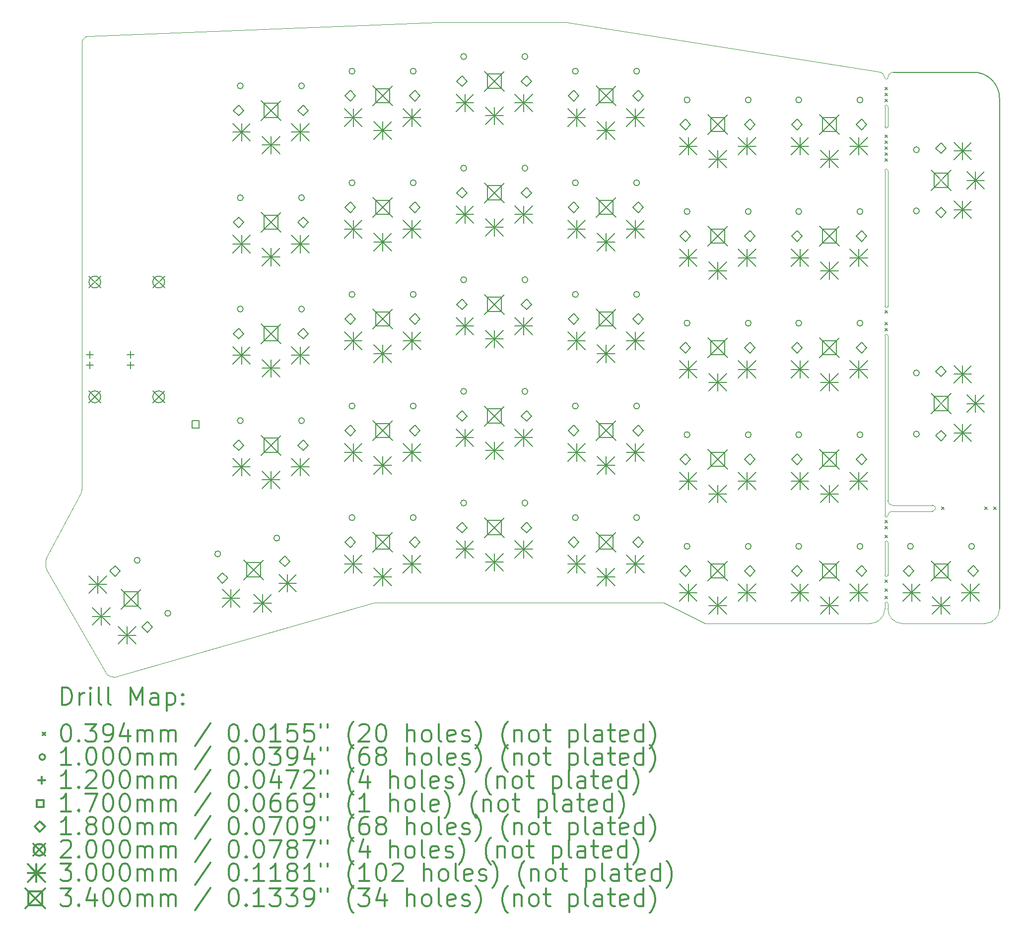
<source format=gbr>
%FSLAX45Y45*%
G04 Gerber Fmt 4.5, Leading zero omitted, Abs format (unit mm)*
G04 Created by KiCad (PCBNEW 5.1.10-88a1d61d58~90~ubuntu20.04.1) date 2022-01-19 17:27:45*
%MOMM*%
%LPD*%
G01*
G04 APERTURE LIST*
%TA.AperFunction,Profile*%
%ADD10C,0.100000*%
%TD*%
%TA.AperFunction,Profile*%
%ADD11C,0.150000*%
%TD*%
%ADD12C,0.200000*%
%ADD13C,0.300000*%
G04 APERTURE END LIST*
D10*
X22653912Y-11840664D02*
X23339712Y-11840664D01*
X22653912Y-11739064D02*
X23339712Y-11739064D01*
X23339712Y-11739064D02*
G75*
G02*
X23339712Y-11840664I0J-50800D01*
G01*
X22653912Y-11739064D02*
G75*
G02*
X22577712Y-11662864I0J76200D01*
G01*
X22577712Y-11916864D02*
G75*
G02*
X22653912Y-11840664I76200J0D01*
G01*
X22526912Y-4931864D02*
G75*
G02*
X22577712Y-4931864I25400J0D01*
G01*
X22577712Y-8343464D02*
G75*
G02*
X22526912Y-8343464I-25400J0D01*
G01*
X22526912Y-8843464D02*
G75*
G02*
X22577712Y-8843464I25400J0D01*
G01*
X22577712Y-11916864D02*
G75*
G02*
X22526912Y-11916864I-25400J0D01*
G01*
X22526912Y-12374064D02*
G75*
G02*
X22577712Y-12374064I25400J0D01*
G01*
X22577712Y-12932864D02*
X22577712Y-12374064D01*
X22526912Y-12374064D02*
X22526912Y-12932864D01*
X22577712Y-13504364D02*
X22577712Y-13415464D01*
X22526912Y-13504364D02*
X22526912Y-13415464D01*
X22577712Y-12932864D02*
G75*
G02*
X22526912Y-12932864I-25400J0D01*
G01*
D11*
X24482712Y-13504364D02*
X24482712Y-4792164D01*
D10*
X24228712Y-13758364D02*
X22831712Y-13758364D01*
X24482712Y-13504364D02*
G75*
G02*
X24228712Y-13758364I-254000J0D01*
G01*
X22577712Y-13504364D02*
G75*
G03*
X22831712Y-13758364I254000J0D01*
G01*
X22526912Y-13415464D02*
G75*
G02*
X22577712Y-13415464I25400J0D01*
G01*
X22272912Y-13758364D02*
X19466212Y-13758364D01*
X22526912Y-13504364D02*
G75*
G02*
X22272912Y-13758364I-254000J0D01*
G01*
X22577712Y-11662864D02*
X22577712Y-8843464D01*
X22526912Y-8843464D02*
X22526912Y-11916864D01*
X22577712Y-8343464D02*
X22577712Y-6024064D01*
X22526912Y-6024064D02*
G75*
G02*
X22577712Y-6024064I25400J0D01*
G01*
X22526912Y-6024064D02*
X22526912Y-8343464D01*
X22577712Y-5274764D02*
X22577712Y-4931864D01*
X22526912Y-4931864D02*
X22526912Y-5274764D01*
X22577712Y-5274764D02*
G75*
G02*
X22526912Y-5274764I-25400J0D01*
G01*
D11*
X24038212Y-4347664D02*
G75*
G02*
X24482712Y-4792164I0J-444500D01*
G01*
X22670676Y-4347664D02*
X24038212Y-4347664D01*
D10*
X22581776Y-4436564D02*
G75*
G02*
X22670676Y-4347664I88900J0D01*
G01*
X22581776Y-4436564D02*
G75*
G02*
X22522848Y-4436564I-29464J0D01*
G01*
X22447591Y-4344339D02*
G75*
G02*
X22522848Y-4436564I-26343J-98314D01*
G01*
X13815413Y-13400000D02*
X9390000Y-14675000D01*
X8919368Y-3734881D02*
X8942585Y-3732540D01*
X8897744Y-3741594D02*
X8919368Y-3734881D01*
X14900000Y-3500000D02*
X17095000Y-3500000D01*
X8827526Y-11440000D02*
X8827386Y-3847743D01*
X19466212Y-13758364D02*
X18750000Y-13400000D01*
X9290000Y-14650000D02*
X9335000Y-14665000D01*
X8215000Y-12790000D02*
X8210000Y-12730000D01*
X9335000Y-14665000D02*
X9390000Y-14675000D01*
X8820000Y-11505000D02*
X8800000Y-11565000D01*
X8210000Y-12730000D02*
X8210000Y-12690000D01*
X8210000Y-12690000D02*
X8220000Y-12640000D01*
X8230000Y-12840000D02*
X8215000Y-12790000D01*
X8827526Y-11440000D02*
X8820000Y-11505000D01*
X14900000Y-3500000D02*
X8942585Y-3732540D01*
X13815413Y-13400000D02*
X18750000Y-13400000D01*
X9255000Y-14620000D02*
X9290000Y-14650000D01*
X8847059Y-3783333D02*
X8861126Y-3766283D01*
X8827386Y-3847743D02*
X8829726Y-3824526D01*
X8836438Y-3802901D02*
X8847059Y-3783333D01*
X8220000Y-12640000D02*
X8800000Y-11565000D01*
X8878175Y-3752216D02*
X8897744Y-3741594D01*
X8861126Y-3766283D02*
X8878175Y-3752216D01*
X8829726Y-3824526D02*
X8836438Y-3802901D01*
X17095000Y-3500000D02*
X22447544Y-4344515D01*
X9255000Y-14620000D02*
X8230000Y-12840000D01*
D12*
X22532627Y-4607379D02*
X22571997Y-4646749D01*
X22571997Y-4607379D02*
X22532627Y-4646749D01*
X22532627Y-4708979D02*
X22571997Y-4748349D01*
X22571997Y-4708979D02*
X22532627Y-4748349D01*
X22532627Y-4810579D02*
X22571997Y-4849949D01*
X22571997Y-4810579D02*
X22532627Y-4849949D01*
X22532627Y-5420179D02*
X22571997Y-5459549D01*
X22571997Y-5420179D02*
X22532627Y-5459549D01*
X22532627Y-5521779D02*
X22571997Y-5561149D01*
X22571997Y-5521779D02*
X22532627Y-5561149D01*
X22532627Y-5623379D02*
X22571997Y-5662749D01*
X22571997Y-5623379D02*
X22532627Y-5662749D01*
X22532627Y-5724979D02*
X22571997Y-5764349D01*
X22571997Y-5724979D02*
X22532627Y-5764349D01*
X22532627Y-5826579D02*
X22571997Y-5865949D01*
X22571997Y-5826579D02*
X22532627Y-5865949D01*
X22532627Y-8417379D02*
X22571997Y-8456749D01*
X22571997Y-8417379D02*
X22532627Y-8456749D01*
X22532627Y-8620579D02*
X22571997Y-8659949D01*
X22571997Y-8620579D02*
X22532627Y-8659949D01*
X22532627Y-8722179D02*
X22571997Y-8761549D01*
X22571997Y-8722179D02*
X22532627Y-8761549D01*
X22532627Y-11998779D02*
X22571997Y-12038149D01*
X22571997Y-11998779D02*
X22532627Y-12038149D01*
X22532627Y-12100379D02*
X22571997Y-12139749D01*
X22571997Y-12100379D02*
X22532627Y-12139749D01*
X22532627Y-12252779D02*
X22571997Y-12292149D01*
X22571997Y-12252779D02*
X22532627Y-12292149D01*
X22532627Y-13014779D02*
X22571997Y-13054149D01*
X22571997Y-13014779D02*
X22532627Y-13054149D01*
X22532627Y-13167179D02*
X22571997Y-13206549D01*
X22571997Y-13167179D02*
X22532627Y-13206549D01*
X22532627Y-13294179D02*
X22571997Y-13333549D01*
X22571997Y-13294179D02*
X22532627Y-13333549D01*
X23497827Y-11770179D02*
X23537197Y-11809549D01*
X23537197Y-11770179D02*
X23497827Y-11809549D01*
X24234427Y-11770179D02*
X24273797Y-11809549D01*
X24273797Y-11770179D02*
X24234427Y-11809549D01*
X24386827Y-11770179D02*
X24426197Y-11809549D01*
X24426197Y-11770179D02*
X24386827Y-11809549D01*
X9823731Y-12677935D02*
G75*
G03*
X9823731Y-12677935I-50000J0D01*
G01*
X10345731Y-13582065D02*
G75*
G03*
X10345731Y-13582065I-50000J0D01*
G01*
X11197083Y-12569415D02*
G75*
G03*
X11197083Y-12569415I-50000J0D01*
G01*
X11583000Y-4580000D02*
G75*
G03*
X11583000Y-4580000I-50000J0D01*
G01*
X11583000Y-6490000D02*
G75*
G03*
X11583000Y-6490000I-50000J0D01*
G01*
X11583000Y-8390000D02*
G75*
G03*
X11583000Y-8390000I-50000J0D01*
G01*
X11583000Y-10295000D02*
G75*
G03*
X11583000Y-10295000I-50000J0D01*
G01*
X12205509Y-12299208D02*
G75*
G03*
X12205509Y-12299208I-50000J0D01*
G01*
X12627000Y-4580000D02*
G75*
G03*
X12627000Y-4580000I-50000J0D01*
G01*
X12627000Y-6490000D02*
G75*
G03*
X12627000Y-6490000I-50000J0D01*
G01*
X12627000Y-8390000D02*
G75*
G03*
X12627000Y-8390000I-50000J0D01*
G01*
X12627000Y-10295000D02*
G75*
G03*
X12627000Y-10295000I-50000J0D01*
G01*
X13488000Y-4330000D02*
G75*
G03*
X13488000Y-4330000I-50000J0D01*
G01*
X13488000Y-6235000D02*
G75*
G03*
X13488000Y-6235000I-50000J0D01*
G01*
X13488000Y-8140000D02*
G75*
G03*
X13488000Y-8140000I-50000J0D01*
G01*
X13488000Y-10045000D02*
G75*
G03*
X13488000Y-10045000I-50000J0D01*
G01*
X13488000Y-11950000D02*
G75*
G03*
X13488000Y-11950000I-50000J0D01*
G01*
X14532000Y-4330000D02*
G75*
G03*
X14532000Y-4330000I-50000J0D01*
G01*
X14532000Y-6235000D02*
G75*
G03*
X14532000Y-6235000I-50000J0D01*
G01*
X14532000Y-8140000D02*
G75*
G03*
X14532000Y-8140000I-50000J0D01*
G01*
X14532000Y-10045000D02*
G75*
G03*
X14532000Y-10045000I-50000J0D01*
G01*
X14532000Y-11950000D02*
G75*
G03*
X14532000Y-11950000I-50000J0D01*
G01*
X15393000Y-4080000D02*
G75*
G03*
X15393000Y-4080000I-50000J0D01*
G01*
X15393000Y-5985000D02*
G75*
G03*
X15393000Y-5985000I-50000J0D01*
G01*
X15393000Y-7890000D02*
G75*
G03*
X15393000Y-7890000I-50000J0D01*
G01*
X15393000Y-9795000D02*
G75*
G03*
X15393000Y-9795000I-50000J0D01*
G01*
X15393000Y-11700000D02*
G75*
G03*
X15393000Y-11700000I-50000J0D01*
G01*
X16437000Y-4080000D02*
G75*
G03*
X16437000Y-4080000I-50000J0D01*
G01*
X16437000Y-5985000D02*
G75*
G03*
X16437000Y-5985000I-50000J0D01*
G01*
X16437000Y-7890000D02*
G75*
G03*
X16437000Y-7890000I-50000J0D01*
G01*
X16437000Y-9795000D02*
G75*
G03*
X16437000Y-9795000I-50000J0D01*
G01*
X16437000Y-11700000D02*
G75*
G03*
X16437000Y-11700000I-50000J0D01*
G01*
X17298000Y-4330000D02*
G75*
G03*
X17298000Y-4330000I-50000J0D01*
G01*
X17298000Y-6235000D02*
G75*
G03*
X17298000Y-6235000I-50000J0D01*
G01*
X17298000Y-8140000D02*
G75*
G03*
X17298000Y-8140000I-50000J0D01*
G01*
X17298000Y-10045000D02*
G75*
G03*
X17298000Y-10045000I-50000J0D01*
G01*
X17298000Y-11950000D02*
G75*
G03*
X17298000Y-11950000I-50000J0D01*
G01*
X18342000Y-4330000D02*
G75*
G03*
X18342000Y-4330000I-50000J0D01*
G01*
X18342000Y-6235000D02*
G75*
G03*
X18342000Y-6235000I-50000J0D01*
G01*
X18342000Y-8140000D02*
G75*
G03*
X18342000Y-8140000I-50000J0D01*
G01*
X18342000Y-10045000D02*
G75*
G03*
X18342000Y-10045000I-50000J0D01*
G01*
X18342000Y-11950000D02*
G75*
G03*
X18342000Y-11950000I-50000J0D01*
G01*
X19203000Y-4820000D02*
G75*
G03*
X19203000Y-4820000I-50000J0D01*
G01*
X19203000Y-6725000D02*
G75*
G03*
X19203000Y-6725000I-50000J0D01*
G01*
X19203000Y-8630000D02*
G75*
G03*
X19203000Y-8630000I-50000J0D01*
G01*
X19203000Y-10535000D02*
G75*
G03*
X19203000Y-10535000I-50000J0D01*
G01*
X19203000Y-12440000D02*
G75*
G03*
X19203000Y-12440000I-50000J0D01*
G01*
X20247000Y-4820000D02*
G75*
G03*
X20247000Y-4820000I-50000J0D01*
G01*
X20247000Y-6725000D02*
G75*
G03*
X20247000Y-6725000I-50000J0D01*
G01*
X20247000Y-8630000D02*
G75*
G03*
X20247000Y-8630000I-50000J0D01*
G01*
X20247000Y-10535000D02*
G75*
G03*
X20247000Y-10535000I-50000J0D01*
G01*
X20247000Y-12440000D02*
G75*
G03*
X20247000Y-12440000I-50000J0D01*
G01*
X21108000Y-4820000D02*
G75*
G03*
X21108000Y-4820000I-50000J0D01*
G01*
X21108000Y-6725000D02*
G75*
G03*
X21108000Y-6725000I-50000J0D01*
G01*
X21108000Y-8630000D02*
G75*
G03*
X21108000Y-8630000I-50000J0D01*
G01*
X21108000Y-10535000D02*
G75*
G03*
X21108000Y-10535000I-50000J0D01*
G01*
X21108000Y-12440000D02*
G75*
G03*
X21108000Y-12440000I-50000J0D01*
G01*
X22152000Y-4820000D02*
G75*
G03*
X22152000Y-4820000I-50000J0D01*
G01*
X22152000Y-6725000D02*
G75*
G03*
X22152000Y-6725000I-50000J0D01*
G01*
X22152000Y-8630000D02*
G75*
G03*
X22152000Y-8630000I-50000J0D01*
G01*
X22152000Y-10535000D02*
G75*
G03*
X22152000Y-10535000I-50000J0D01*
G01*
X22152000Y-12440000D02*
G75*
G03*
X22152000Y-12440000I-50000J0D01*
G01*
X23013000Y-12440000D02*
G75*
G03*
X23013000Y-12440000I-50000J0D01*
G01*
X23115000Y-5670500D02*
G75*
G03*
X23115000Y-5670500I-50000J0D01*
G01*
X23115000Y-6714500D02*
G75*
G03*
X23115000Y-6714500I-50000J0D01*
G01*
X23115000Y-9480500D02*
G75*
G03*
X23115000Y-9480500I-50000J0D01*
G01*
X23115000Y-10524500D02*
G75*
G03*
X23115000Y-10524500I-50000J0D01*
G01*
X24057000Y-12440000D02*
G75*
G03*
X24057000Y-12440000I-50000J0D01*
G01*
X8963800Y-9109400D02*
X8963800Y-9229400D01*
X8903800Y-9169400D02*
X9023800Y-9169400D01*
X8963800Y-9284400D02*
X8963800Y-9404400D01*
X8903800Y-9344400D02*
X9023800Y-9344400D01*
X9663800Y-9109400D02*
X9663800Y-9229400D01*
X9603800Y-9169400D02*
X9723800Y-9169400D01*
X9663800Y-9284400D02*
X9663800Y-9404400D01*
X9603800Y-9344400D02*
X9723800Y-9344400D01*
X10832605Y-10418105D02*
X10832605Y-10297895D01*
X10712395Y-10297895D01*
X10712395Y-10418105D01*
X10832605Y-10418105D01*
X9396000Y-12953686D02*
X9486000Y-12863686D01*
X9396000Y-12773686D01*
X9306000Y-12863686D01*
X9396000Y-12953686D01*
X9946000Y-13906314D02*
X10036000Y-13816314D01*
X9946000Y-13726314D01*
X9856000Y-13816314D01*
X9946000Y-13906314D01*
X11228741Y-13072350D02*
X11318741Y-12982350D01*
X11228741Y-12892350D01*
X11138741Y-12982350D01*
X11228741Y-13072350D01*
X11505000Y-5090000D02*
X11595000Y-5000000D01*
X11505000Y-4910000D01*
X11415000Y-5000000D01*
X11505000Y-5090000D01*
X11505000Y-7000000D02*
X11595000Y-6910000D01*
X11505000Y-6820000D01*
X11415000Y-6910000D01*
X11505000Y-7000000D01*
X11505000Y-8900000D02*
X11595000Y-8810000D01*
X11505000Y-8720000D01*
X11415000Y-8810000D01*
X11505000Y-8900000D01*
X11505000Y-10805000D02*
X11595000Y-10715000D01*
X11505000Y-10625000D01*
X11415000Y-10715000D01*
X11505000Y-10805000D01*
X12291259Y-12787649D02*
X12381259Y-12697649D01*
X12291259Y-12607649D01*
X12201259Y-12697649D01*
X12291259Y-12787649D01*
X12605000Y-5090000D02*
X12695000Y-5000000D01*
X12605000Y-4910000D01*
X12515000Y-5000000D01*
X12605000Y-5090000D01*
X12605000Y-7000000D02*
X12695000Y-6910000D01*
X12605000Y-6820000D01*
X12515000Y-6910000D01*
X12605000Y-7000000D01*
X12605000Y-8900000D02*
X12695000Y-8810000D01*
X12605000Y-8720000D01*
X12515000Y-8810000D01*
X12605000Y-8900000D01*
X12605000Y-10805000D02*
X12695000Y-10715000D01*
X12605000Y-10625000D01*
X12515000Y-10715000D01*
X12605000Y-10805000D01*
X13410000Y-4840000D02*
X13500000Y-4750000D01*
X13410000Y-4660000D01*
X13320000Y-4750000D01*
X13410000Y-4840000D01*
X13410000Y-6745000D02*
X13500000Y-6655000D01*
X13410000Y-6565000D01*
X13320000Y-6655000D01*
X13410000Y-6745000D01*
X13410000Y-8650000D02*
X13500000Y-8560000D01*
X13410000Y-8470000D01*
X13320000Y-8560000D01*
X13410000Y-8650000D01*
X13410000Y-10555000D02*
X13500000Y-10465000D01*
X13410000Y-10375000D01*
X13320000Y-10465000D01*
X13410000Y-10555000D01*
X13410000Y-12460000D02*
X13500000Y-12370000D01*
X13410000Y-12280000D01*
X13320000Y-12370000D01*
X13410000Y-12460000D01*
X14510000Y-4840000D02*
X14600000Y-4750000D01*
X14510000Y-4660000D01*
X14420000Y-4750000D01*
X14510000Y-4840000D01*
X14510000Y-6745000D02*
X14600000Y-6655000D01*
X14510000Y-6565000D01*
X14420000Y-6655000D01*
X14510000Y-6745000D01*
X14510000Y-8650000D02*
X14600000Y-8560000D01*
X14510000Y-8470000D01*
X14420000Y-8560000D01*
X14510000Y-8650000D01*
X14510000Y-10555000D02*
X14600000Y-10465000D01*
X14510000Y-10375000D01*
X14420000Y-10465000D01*
X14510000Y-10555000D01*
X14510000Y-12460000D02*
X14600000Y-12370000D01*
X14510000Y-12280000D01*
X14420000Y-12370000D01*
X14510000Y-12460000D01*
X15315000Y-4590000D02*
X15405000Y-4500000D01*
X15315000Y-4410000D01*
X15225000Y-4500000D01*
X15315000Y-4590000D01*
X15315000Y-6495000D02*
X15405000Y-6405000D01*
X15315000Y-6315000D01*
X15225000Y-6405000D01*
X15315000Y-6495000D01*
X15315000Y-8400000D02*
X15405000Y-8310000D01*
X15315000Y-8220000D01*
X15225000Y-8310000D01*
X15315000Y-8400000D01*
X15315000Y-10305000D02*
X15405000Y-10215000D01*
X15315000Y-10125000D01*
X15225000Y-10215000D01*
X15315000Y-10305000D01*
X15315000Y-12210000D02*
X15405000Y-12120000D01*
X15315000Y-12030000D01*
X15225000Y-12120000D01*
X15315000Y-12210000D01*
X16415000Y-4590000D02*
X16505000Y-4500000D01*
X16415000Y-4410000D01*
X16325000Y-4500000D01*
X16415000Y-4590000D01*
X16415000Y-6495000D02*
X16505000Y-6405000D01*
X16415000Y-6315000D01*
X16325000Y-6405000D01*
X16415000Y-6495000D01*
X16415000Y-8400000D02*
X16505000Y-8310000D01*
X16415000Y-8220000D01*
X16325000Y-8310000D01*
X16415000Y-8400000D01*
X16415000Y-10305000D02*
X16505000Y-10215000D01*
X16415000Y-10125000D01*
X16325000Y-10215000D01*
X16415000Y-10305000D01*
X16415000Y-12210000D02*
X16505000Y-12120000D01*
X16415000Y-12030000D01*
X16325000Y-12120000D01*
X16415000Y-12210000D01*
X17220000Y-4840000D02*
X17310000Y-4750000D01*
X17220000Y-4660000D01*
X17130000Y-4750000D01*
X17220000Y-4840000D01*
X17220000Y-6745000D02*
X17310000Y-6655000D01*
X17220000Y-6565000D01*
X17130000Y-6655000D01*
X17220000Y-6745000D01*
X17220000Y-8650000D02*
X17310000Y-8560000D01*
X17220000Y-8470000D01*
X17130000Y-8560000D01*
X17220000Y-8650000D01*
X17220000Y-10555000D02*
X17310000Y-10465000D01*
X17220000Y-10375000D01*
X17130000Y-10465000D01*
X17220000Y-10555000D01*
X17220000Y-12460000D02*
X17310000Y-12370000D01*
X17220000Y-12280000D01*
X17130000Y-12370000D01*
X17220000Y-12460000D01*
X18320000Y-4840000D02*
X18410000Y-4750000D01*
X18320000Y-4660000D01*
X18230000Y-4750000D01*
X18320000Y-4840000D01*
X18320000Y-6745000D02*
X18410000Y-6655000D01*
X18320000Y-6565000D01*
X18230000Y-6655000D01*
X18320000Y-6745000D01*
X18320000Y-8650000D02*
X18410000Y-8560000D01*
X18320000Y-8470000D01*
X18230000Y-8560000D01*
X18320000Y-8650000D01*
X18320000Y-10555000D02*
X18410000Y-10465000D01*
X18320000Y-10375000D01*
X18230000Y-10465000D01*
X18320000Y-10555000D01*
X18320000Y-12460000D02*
X18410000Y-12370000D01*
X18320000Y-12280000D01*
X18230000Y-12370000D01*
X18320000Y-12460000D01*
X19125000Y-5330000D02*
X19215000Y-5240000D01*
X19125000Y-5150000D01*
X19035000Y-5240000D01*
X19125000Y-5330000D01*
X19125000Y-7235000D02*
X19215000Y-7145000D01*
X19125000Y-7055000D01*
X19035000Y-7145000D01*
X19125000Y-7235000D01*
X19125000Y-9140000D02*
X19215000Y-9050000D01*
X19125000Y-8960000D01*
X19035000Y-9050000D01*
X19125000Y-9140000D01*
X19125000Y-11045000D02*
X19215000Y-10955000D01*
X19125000Y-10865000D01*
X19035000Y-10955000D01*
X19125000Y-11045000D01*
X19125000Y-12950000D02*
X19215000Y-12860000D01*
X19125000Y-12770000D01*
X19035000Y-12860000D01*
X19125000Y-12950000D01*
X20225000Y-5330000D02*
X20315000Y-5240000D01*
X20225000Y-5150000D01*
X20135000Y-5240000D01*
X20225000Y-5330000D01*
X20225000Y-7235000D02*
X20315000Y-7145000D01*
X20225000Y-7055000D01*
X20135000Y-7145000D01*
X20225000Y-7235000D01*
X20225000Y-9140000D02*
X20315000Y-9050000D01*
X20225000Y-8960000D01*
X20135000Y-9050000D01*
X20225000Y-9140000D01*
X20225000Y-11045000D02*
X20315000Y-10955000D01*
X20225000Y-10865000D01*
X20135000Y-10955000D01*
X20225000Y-11045000D01*
X20225000Y-12950000D02*
X20315000Y-12860000D01*
X20225000Y-12770000D01*
X20135000Y-12860000D01*
X20225000Y-12950000D01*
X21030000Y-5330000D02*
X21120000Y-5240000D01*
X21030000Y-5150000D01*
X20940000Y-5240000D01*
X21030000Y-5330000D01*
X21030000Y-7235000D02*
X21120000Y-7145000D01*
X21030000Y-7055000D01*
X20940000Y-7145000D01*
X21030000Y-7235000D01*
X21030000Y-9140000D02*
X21120000Y-9050000D01*
X21030000Y-8960000D01*
X20940000Y-9050000D01*
X21030000Y-9140000D01*
X21030000Y-11045000D02*
X21120000Y-10955000D01*
X21030000Y-10865000D01*
X20940000Y-10955000D01*
X21030000Y-11045000D01*
X21030000Y-12950000D02*
X21120000Y-12860000D01*
X21030000Y-12770000D01*
X20940000Y-12860000D01*
X21030000Y-12950000D01*
X22130000Y-5330000D02*
X22220000Y-5240000D01*
X22130000Y-5150000D01*
X22040000Y-5240000D01*
X22130000Y-5330000D01*
X22130000Y-7235000D02*
X22220000Y-7145000D01*
X22130000Y-7055000D01*
X22040000Y-7145000D01*
X22130000Y-7235000D01*
X22130000Y-9140000D02*
X22220000Y-9050000D01*
X22130000Y-8960000D01*
X22040000Y-9050000D01*
X22130000Y-9140000D01*
X22130000Y-11045000D02*
X22220000Y-10955000D01*
X22130000Y-10865000D01*
X22040000Y-10955000D01*
X22130000Y-11045000D01*
X22130000Y-12950000D02*
X22220000Y-12860000D01*
X22130000Y-12770000D01*
X22040000Y-12860000D01*
X22130000Y-12950000D01*
X22935000Y-12950000D02*
X23025000Y-12860000D01*
X22935000Y-12770000D01*
X22845000Y-12860000D01*
X22935000Y-12950000D01*
X23485000Y-5732500D02*
X23575000Y-5642500D01*
X23485000Y-5552500D01*
X23395000Y-5642500D01*
X23485000Y-5732500D01*
X23485000Y-6832500D02*
X23575000Y-6742500D01*
X23485000Y-6652500D01*
X23395000Y-6742500D01*
X23485000Y-6832500D01*
X23485000Y-9542500D02*
X23575000Y-9452500D01*
X23485000Y-9362500D01*
X23395000Y-9452500D01*
X23485000Y-9542500D01*
X23485000Y-10642500D02*
X23575000Y-10552500D01*
X23485000Y-10462500D01*
X23395000Y-10552500D01*
X23485000Y-10642500D01*
X24035000Y-12950000D02*
X24125000Y-12860000D01*
X24035000Y-12770000D01*
X23945000Y-12860000D01*
X24035000Y-12950000D01*
X8950800Y-7828000D02*
X9150800Y-8028000D01*
X9150800Y-7828000D02*
X8950800Y-8028000D01*
X9150800Y-7928000D02*
G75*
G03*
X9150800Y-7928000I-100000J0D01*
G01*
X8950800Y-9788000D02*
X9150800Y-9988000D01*
X9150800Y-9788000D02*
X8950800Y-9988000D01*
X9150800Y-9888000D02*
G75*
G03*
X9150800Y-9888000I-100000J0D01*
G01*
X10040800Y-7828000D02*
X10240800Y-8028000D01*
X10240800Y-7828000D02*
X10040800Y-8028000D01*
X10240800Y-7928000D02*
G75*
G03*
X10240800Y-7928000I-100000J0D01*
G01*
X10040800Y-9788000D02*
X10240800Y-9988000D01*
X10240800Y-9788000D02*
X10040800Y-9988000D01*
X10240800Y-9888000D02*
G75*
G03*
X10240800Y-9888000I-100000J0D01*
G01*
X8950571Y-12941987D02*
X9250571Y-13241987D01*
X9250571Y-12941987D02*
X8950571Y-13241987D01*
X9100571Y-12941987D02*
X9100571Y-13241987D01*
X8950571Y-13091987D02*
X9250571Y-13091987D01*
X9010045Y-13485000D02*
X9310045Y-13785000D01*
X9310045Y-13485000D02*
X9010045Y-13785000D01*
X9160045Y-13485000D02*
X9160045Y-13785000D01*
X9010045Y-13635000D02*
X9310045Y-13635000D01*
X9450571Y-13808013D02*
X9750571Y-14108013D01*
X9750571Y-13808013D02*
X9450571Y-14108013D01*
X9600571Y-13808013D02*
X9600571Y-14108013D01*
X9450571Y-13958013D02*
X9750571Y-13958013D01*
X11222800Y-13176802D02*
X11522800Y-13476802D01*
X11522800Y-13176802D02*
X11222800Y-13476802D01*
X11372800Y-13176802D02*
X11372800Y-13476802D01*
X11222800Y-13326802D02*
X11522800Y-13326802D01*
X11405000Y-5220000D02*
X11705000Y-5520000D01*
X11705000Y-5220000D02*
X11405000Y-5520000D01*
X11555000Y-5220000D02*
X11555000Y-5520000D01*
X11405000Y-5370000D02*
X11705000Y-5370000D01*
X11405000Y-7130000D02*
X11705000Y-7430000D01*
X11705000Y-7130000D02*
X11405000Y-7430000D01*
X11555000Y-7130000D02*
X11555000Y-7430000D01*
X11405000Y-7280000D02*
X11705000Y-7280000D01*
X11405000Y-9030000D02*
X11705000Y-9330000D01*
X11705000Y-9030000D02*
X11405000Y-9330000D01*
X11555000Y-9030000D02*
X11555000Y-9330000D01*
X11405000Y-9180000D02*
X11705000Y-9180000D01*
X11405000Y-10935000D02*
X11705000Y-11235000D01*
X11705000Y-10935000D02*
X11405000Y-11235000D01*
X11555000Y-10935000D02*
X11555000Y-11235000D01*
X11405000Y-11085000D02*
X11705000Y-11085000D01*
X11762703Y-13259896D02*
X12062703Y-13559896D01*
X12062703Y-13259896D02*
X11762703Y-13559896D01*
X11912703Y-13259896D02*
X11912703Y-13559896D01*
X11762703Y-13409896D02*
X12062703Y-13409896D01*
X11905000Y-5440000D02*
X12205000Y-5740000D01*
X12205000Y-5440000D02*
X11905000Y-5740000D01*
X12055000Y-5440000D02*
X12055000Y-5740000D01*
X11905000Y-5590000D02*
X12205000Y-5590000D01*
X11905000Y-7350000D02*
X12205000Y-7650000D01*
X12205000Y-7350000D02*
X11905000Y-7650000D01*
X12055000Y-7350000D02*
X12055000Y-7650000D01*
X11905000Y-7500000D02*
X12205000Y-7500000D01*
X11905000Y-9250000D02*
X12205000Y-9550000D01*
X12205000Y-9250000D02*
X11905000Y-9550000D01*
X12055000Y-9250000D02*
X12055000Y-9550000D01*
X11905000Y-9400000D02*
X12205000Y-9400000D01*
X11905000Y-11155000D02*
X12205000Y-11455000D01*
X12205000Y-11155000D02*
X11905000Y-11455000D01*
X12055000Y-11155000D02*
X12055000Y-11455000D01*
X11905000Y-11305000D02*
X12205000Y-11305000D01*
X12188726Y-12917983D02*
X12488726Y-13217983D01*
X12488726Y-12917983D02*
X12188726Y-13217983D01*
X12338726Y-12917983D02*
X12338726Y-13217983D01*
X12188726Y-13067983D02*
X12488726Y-13067983D01*
X12405000Y-5220000D02*
X12705000Y-5520000D01*
X12705000Y-5220000D02*
X12405000Y-5520000D01*
X12555000Y-5220000D02*
X12555000Y-5520000D01*
X12405000Y-5370000D02*
X12705000Y-5370000D01*
X12405000Y-7130000D02*
X12705000Y-7430000D01*
X12705000Y-7130000D02*
X12405000Y-7430000D01*
X12555000Y-7130000D02*
X12555000Y-7430000D01*
X12405000Y-7280000D02*
X12705000Y-7280000D01*
X12405000Y-9030000D02*
X12705000Y-9330000D01*
X12705000Y-9030000D02*
X12405000Y-9330000D01*
X12555000Y-9030000D02*
X12555000Y-9330000D01*
X12405000Y-9180000D02*
X12705000Y-9180000D01*
X12405000Y-10935000D02*
X12705000Y-11235000D01*
X12705000Y-10935000D02*
X12405000Y-11235000D01*
X12555000Y-10935000D02*
X12555000Y-11235000D01*
X12405000Y-11085000D02*
X12705000Y-11085000D01*
X13310000Y-4970000D02*
X13610000Y-5270000D01*
X13610000Y-4970000D02*
X13310000Y-5270000D01*
X13460000Y-4970000D02*
X13460000Y-5270000D01*
X13310000Y-5120000D02*
X13610000Y-5120000D01*
X13310000Y-6875000D02*
X13610000Y-7175000D01*
X13610000Y-6875000D02*
X13310000Y-7175000D01*
X13460000Y-6875000D02*
X13460000Y-7175000D01*
X13310000Y-7025000D02*
X13610000Y-7025000D01*
X13310000Y-8780000D02*
X13610000Y-9080000D01*
X13610000Y-8780000D02*
X13310000Y-9080000D01*
X13460000Y-8780000D02*
X13460000Y-9080000D01*
X13310000Y-8930000D02*
X13610000Y-8930000D01*
X13310000Y-10685000D02*
X13610000Y-10985000D01*
X13610000Y-10685000D02*
X13310000Y-10985000D01*
X13460000Y-10685000D02*
X13460000Y-10985000D01*
X13310000Y-10835000D02*
X13610000Y-10835000D01*
X13310000Y-12590000D02*
X13610000Y-12890000D01*
X13610000Y-12590000D02*
X13310000Y-12890000D01*
X13460000Y-12590000D02*
X13460000Y-12890000D01*
X13310000Y-12740000D02*
X13610000Y-12740000D01*
X13810000Y-5190000D02*
X14110000Y-5490000D01*
X14110000Y-5190000D02*
X13810000Y-5490000D01*
X13960000Y-5190000D02*
X13960000Y-5490000D01*
X13810000Y-5340000D02*
X14110000Y-5340000D01*
X13810000Y-7095000D02*
X14110000Y-7395000D01*
X14110000Y-7095000D02*
X13810000Y-7395000D01*
X13960000Y-7095000D02*
X13960000Y-7395000D01*
X13810000Y-7245000D02*
X14110000Y-7245000D01*
X13810000Y-9000000D02*
X14110000Y-9300000D01*
X14110000Y-9000000D02*
X13810000Y-9300000D01*
X13960000Y-9000000D02*
X13960000Y-9300000D01*
X13810000Y-9150000D02*
X14110000Y-9150000D01*
X13810000Y-10905000D02*
X14110000Y-11205000D01*
X14110000Y-10905000D02*
X13810000Y-11205000D01*
X13960000Y-10905000D02*
X13960000Y-11205000D01*
X13810000Y-11055000D02*
X14110000Y-11055000D01*
X13810000Y-12810000D02*
X14110000Y-13110000D01*
X14110000Y-12810000D02*
X13810000Y-13110000D01*
X13960000Y-12810000D02*
X13960000Y-13110000D01*
X13810000Y-12960000D02*
X14110000Y-12960000D01*
X14310000Y-4970000D02*
X14610000Y-5270000D01*
X14610000Y-4970000D02*
X14310000Y-5270000D01*
X14460000Y-4970000D02*
X14460000Y-5270000D01*
X14310000Y-5120000D02*
X14610000Y-5120000D01*
X14310000Y-6875000D02*
X14610000Y-7175000D01*
X14610000Y-6875000D02*
X14310000Y-7175000D01*
X14460000Y-6875000D02*
X14460000Y-7175000D01*
X14310000Y-7025000D02*
X14610000Y-7025000D01*
X14310000Y-8780000D02*
X14610000Y-9080000D01*
X14610000Y-8780000D02*
X14310000Y-9080000D01*
X14460000Y-8780000D02*
X14460000Y-9080000D01*
X14310000Y-8930000D02*
X14610000Y-8930000D01*
X14310000Y-10685000D02*
X14610000Y-10985000D01*
X14610000Y-10685000D02*
X14310000Y-10985000D01*
X14460000Y-10685000D02*
X14460000Y-10985000D01*
X14310000Y-10835000D02*
X14610000Y-10835000D01*
X14310000Y-12590000D02*
X14610000Y-12890000D01*
X14610000Y-12590000D02*
X14310000Y-12890000D01*
X14460000Y-12590000D02*
X14460000Y-12890000D01*
X14310000Y-12740000D02*
X14610000Y-12740000D01*
X15215000Y-4720000D02*
X15515000Y-5020000D01*
X15515000Y-4720000D02*
X15215000Y-5020000D01*
X15365000Y-4720000D02*
X15365000Y-5020000D01*
X15215000Y-4870000D02*
X15515000Y-4870000D01*
X15215000Y-6625000D02*
X15515000Y-6925000D01*
X15515000Y-6625000D02*
X15215000Y-6925000D01*
X15365000Y-6625000D02*
X15365000Y-6925000D01*
X15215000Y-6775000D02*
X15515000Y-6775000D01*
X15215000Y-8530000D02*
X15515000Y-8830000D01*
X15515000Y-8530000D02*
X15215000Y-8830000D01*
X15365000Y-8530000D02*
X15365000Y-8830000D01*
X15215000Y-8680000D02*
X15515000Y-8680000D01*
X15215000Y-10435000D02*
X15515000Y-10735000D01*
X15515000Y-10435000D02*
X15215000Y-10735000D01*
X15365000Y-10435000D02*
X15365000Y-10735000D01*
X15215000Y-10585000D02*
X15515000Y-10585000D01*
X15215000Y-12340000D02*
X15515000Y-12640000D01*
X15515000Y-12340000D02*
X15215000Y-12640000D01*
X15365000Y-12340000D02*
X15365000Y-12640000D01*
X15215000Y-12490000D02*
X15515000Y-12490000D01*
X15715000Y-4940000D02*
X16015000Y-5240000D01*
X16015000Y-4940000D02*
X15715000Y-5240000D01*
X15865000Y-4940000D02*
X15865000Y-5240000D01*
X15715000Y-5090000D02*
X16015000Y-5090000D01*
X15715000Y-6845000D02*
X16015000Y-7145000D01*
X16015000Y-6845000D02*
X15715000Y-7145000D01*
X15865000Y-6845000D02*
X15865000Y-7145000D01*
X15715000Y-6995000D02*
X16015000Y-6995000D01*
X15715000Y-8750000D02*
X16015000Y-9050000D01*
X16015000Y-8750000D02*
X15715000Y-9050000D01*
X15865000Y-8750000D02*
X15865000Y-9050000D01*
X15715000Y-8900000D02*
X16015000Y-8900000D01*
X15715000Y-10655000D02*
X16015000Y-10955000D01*
X16015000Y-10655000D02*
X15715000Y-10955000D01*
X15865000Y-10655000D02*
X15865000Y-10955000D01*
X15715000Y-10805000D02*
X16015000Y-10805000D01*
X15715000Y-12560000D02*
X16015000Y-12860000D01*
X16015000Y-12560000D02*
X15715000Y-12860000D01*
X15865000Y-12560000D02*
X15865000Y-12860000D01*
X15715000Y-12710000D02*
X16015000Y-12710000D01*
X16215000Y-4720000D02*
X16515000Y-5020000D01*
X16515000Y-4720000D02*
X16215000Y-5020000D01*
X16365000Y-4720000D02*
X16365000Y-5020000D01*
X16215000Y-4870000D02*
X16515000Y-4870000D01*
X16215000Y-6625000D02*
X16515000Y-6925000D01*
X16515000Y-6625000D02*
X16215000Y-6925000D01*
X16365000Y-6625000D02*
X16365000Y-6925000D01*
X16215000Y-6775000D02*
X16515000Y-6775000D01*
X16215000Y-8530000D02*
X16515000Y-8830000D01*
X16515000Y-8530000D02*
X16215000Y-8830000D01*
X16365000Y-8530000D02*
X16365000Y-8830000D01*
X16215000Y-8680000D02*
X16515000Y-8680000D01*
X16215000Y-10435000D02*
X16515000Y-10735000D01*
X16515000Y-10435000D02*
X16215000Y-10735000D01*
X16365000Y-10435000D02*
X16365000Y-10735000D01*
X16215000Y-10585000D02*
X16515000Y-10585000D01*
X16215000Y-12340000D02*
X16515000Y-12640000D01*
X16515000Y-12340000D02*
X16215000Y-12640000D01*
X16365000Y-12340000D02*
X16365000Y-12640000D01*
X16215000Y-12490000D02*
X16515000Y-12490000D01*
X17120000Y-4970000D02*
X17420000Y-5270000D01*
X17420000Y-4970000D02*
X17120000Y-5270000D01*
X17270000Y-4970000D02*
X17270000Y-5270000D01*
X17120000Y-5120000D02*
X17420000Y-5120000D01*
X17120000Y-6875000D02*
X17420000Y-7175000D01*
X17420000Y-6875000D02*
X17120000Y-7175000D01*
X17270000Y-6875000D02*
X17270000Y-7175000D01*
X17120000Y-7025000D02*
X17420000Y-7025000D01*
X17120000Y-8780000D02*
X17420000Y-9080000D01*
X17420000Y-8780000D02*
X17120000Y-9080000D01*
X17270000Y-8780000D02*
X17270000Y-9080000D01*
X17120000Y-8930000D02*
X17420000Y-8930000D01*
X17120000Y-10685000D02*
X17420000Y-10985000D01*
X17420000Y-10685000D02*
X17120000Y-10985000D01*
X17270000Y-10685000D02*
X17270000Y-10985000D01*
X17120000Y-10835000D02*
X17420000Y-10835000D01*
X17120000Y-12590000D02*
X17420000Y-12890000D01*
X17420000Y-12590000D02*
X17120000Y-12890000D01*
X17270000Y-12590000D02*
X17270000Y-12890000D01*
X17120000Y-12740000D02*
X17420000Y-12740000D01*
X17620000Y-5190000D02*
X17920000Y-5490000D01*
X17920000Y-5190000D02*
X17620000Y-5490000D01*
X17770000Y-5190000D02*
X17770000Y-5490000D01*
X17620000Y-5340000D02*
X17920000Y-5340000D01*
X17620000Y-7095000D02*
X17920000Y-7395000D01*
X17920000Y-7095000D02*
X17620000Y-7395000D01*
X17770000Y-7095000D02*
X17770000Y-7395000D01*
X17620000Y-7245000D02*
X17920000Y-7245000D01*
X17620000Y-9000000D02*
X17920000Y-9300000D01*
X17920000Y-9000000D02*
X17620000Y-9300000D01*
X17770000Y-9000000D02*
X17770000Y-9300000D01*
X17620000Y-9150000D02*
X17920000Y-9150000D01*
X17620000Y-10905000D02*
X17920000Y-11205000D01*
X17920000Y-10905000D02*
X17620000Y-11205000D01*
X17770000Y-10905000D02*
X17770000Y-11205000D01*
X17620000Y-11055000D02*
X17920000Y-11055000D01*
X17620000Y-12810000D02*
X17920000Y-13110000D01*
X17920000Y-12810000D02*
X17620000Y-13110000D01*
X17770000Y-12810000D02*
X17770000Y-13110000D01*
X17620000Y-12960000D02*
X17920000Y-12960000D01*
X18120000Y-4970000D02*
X18420000Y-5270000D01*
X18420000Y-4970000D02*
X18120000Y-5270000D01*
X18270000Y-4970000D02*
X18270000Y-5270000D01*
X18120000Y-5120000D02*
X18420000Y-5120000D01*
X18120000Y-6875000D02*
X18420000Y-7175000D01*
X18420000Y-6875000D02*
X18120000Y-7175000D01*
X18270000Y-6875000D02*
X18270000Y-7175000D01*
X18120000Y-7025000D02*
X18420000Y-7025000D01*
X18120000Y-8780000D02*
X18420000Y-9080000D01*
X18420000Y-8780000D02*
X18120000Y-9080000D01*
X18270000Y-8780000D02*
X18270000Y-9080000D01*
X18120000Y-8930000D02*
X18420000Y-8930000D01*
X18120000Y-10685000D02*
X18420000Y-10985000D01*
X18420000Y-10685000D02*
X18120000Y-10985000D01*
X18270000Y-10685000D02*
X18270000Y-10985000D01*
X18120000Y-10835000D02*
X18420000Y-10835000D01*
X18120000Y-12590000D02*
X18420000Y-12890000D01*
X18420000Y-12590000D02*
X18120000Y-12890000D01*
X18270000Y-12590000D02*
X18270000Y-12890000D01*
X18120000Y-12740000D02*
X18420000Y-12740000D01*
X19025000Y-5460000D02*
X19325000Y-5760000D01*
X19325000Y-5460000D02*
X19025000Y-5760000D01*
X19175000Y-5460000D02*
X19175000Y-5760000D01*
X19025000Y-5610000D02*
X19325000Y-5610000D01*
X19025000Y-7365000D02*
X19325000Y-7665000D01*
X19325000Y-7365000D02*
X19025000Y-7665000D01*
X19175000Y-7365000D02*
X19175000Y-7665000D01*
X19025000Y-7515000D02*
X19325000Y-7515000D01*
X19025000Y-9270000D02*
X19325000Y-9570000D01*
X19325000Y-9270000D02*
X19025000Y-9570000D01*
X19175000Y-9270000D02*
X19175000Y-9570000D01*
X19025000Y-9420000D02*
X19325000Y-9420000D01*
X19025000Y-11175000D02*
X19325000Y-11475000D01*
X19325000Y-11175000D02*
X19025000Y-11475000D01*
X19175000Y-11175000D02*
X19175000Y-11475000D01*
X19025000Y-11325000D02*
X19325000Y-11325000D01*
X19025000Y-13080000D02*
X19325000Y-13380000D01*
X19325000Y-13080000D02*
X19025000Y-13380000D01*
X19175000Y-13080000D02*
X19175000Y-13380000D01*
X19025000Y-13230000D02*
X19325000Y-13230000D01*
X19525000Y-5680000D02*
X19825000Y-5980000D01*
X19825000Y-5680000D02*
X19525000Y-5980000D01*
X19675000Y-5680000D02*
X19675000Y-5980000D01*
X19525000Y-5830000D02*
X19825000Y-5830000D01*
X19525000Y-7585000D02*
X19825000Y-7885000D01*
X19825000Y-7585000D02*
X19525000Y-7885000D01*
X19675000Y-7585000D02*
X19675000Y-7885000D01*
X19525000Y-7735000D02*
X19825000Y-7735000D01*
X19525000Y-9490000D02*
X19825000Y-9790000D01*
X19825000Y-9490000D02*
X19525000Y-9790000D01*
X19675000Y-9490000D02*
X19675000Y-9790000D01*
X19525000Y-9640000D02*
X19825000Y-9640000D01*
X19525000Y-11395000D02*
X19825000Y-11695000D01*
X19825000Y-11395000D02*
X19525000Y-11695000D01*
X19675000Y-11395000D02*
X19675000Y-11695000D01*
X19525000Y-11545000D02*
X19825000Y-11545000D01*
X19525000Y-13300000D02*
X19825000Y-13600000D01*
X19825000Y-13300000D02*
X19525000Y-13600000D01*
X19675000Y-13300000D02*
X19675000Y-13600000D01*
X19525000Y-13450000D02*
X19825000Y-13450000D01*
X20025000Y-5460000D02*
X20325000Y-5760000D01*
X20325000Y-5460000D02*
X20025000Y-5760000D01*
X20175000Y-5460000D02*
X20175000Y-5760000D01*
X20025000Y-5610000D02*
X20325000Y-5610000D01*
X20025000Y-7365000D02*
X20325000Y-7665000D01*
X20325000Y-7365000D02*
X20025000Y-7665000D01*
X20175000Y-7365000D02*
X20175000Y-7665000D01*
X20025000Y-7515000D02*
X20325000Y-7515000D01*
X20025000Y-9270000D02*
X20325000Y-9570000D01*
X20325000Y-9270000D02*
X20025000Y-9570000D01*
X20175000Y-9270000D02*
X20175000Y-9570000D01*
X20025000Y-9420000D02*
X20325000Y-9420000D01*
X20025000Y-11175000D02*
X20325000Y-11475000D01*
X20325000Y-11175000D02*
X20025000Y-11475000D01*
X20175000Y-11175000D02*
X20175000Y-11475000D01*
X20025000Y-11325000D02*
X20325000Y-11325000D01*
X20025000Y-13080000D02*
X20325000Y-13380000D01*
X20325000Y-13080000D02*
X20025000Y-13380000D01*
X20175000Y-13080000D02*
X20175000Y-13380000D01*
X20025000Y-13230000D02*
X20325000Y-13230000D01*
X20930000Y-5460000D02*
X21230000Y-5760000D01*
X21230000Y-5460000D02*
X20930000Y-5760000D01*
X21080000Y-5460000D02*
X21080000Y-5760000D01*
X20930000Y-5610000D02*
X21230000Y-5610000D01*
X20930000Y-7365000D02*
X21230000Y-7665000D01*
X21230000Y-7365000D02*
X20930000Y-7665000D01*
X21080000Y-7365000D02*
X21080000Y-7665000D01*
X20930000Y-7515000D02*
X21230000Y-7515000D01*
X20930000Y-9270000D02*
X21230000Y-9570000D01*
X21230000Y-9270000D02*
X20930000Y-9570000D01*
X21080000Y-9270000D02*
X21080000Y-9570000D01*
X20930000Y-9420000D02*
X21230000Y-9420000D01*
X20930000Y-11175000D02*
X21230000Y-11475000D01*
X21230000Y-11175000D02*
X20930000Y-11475000D01*
X21080000Y-11175000D02*
X21080000Y-11475000D01*
X20930000Y-11325000D02*
X21230000Y-11325000D01*
X20930000Y-13080000D02*
X21230000Y-13380000D01*
X21230000Y-13080000D02*
X20930000Y-13380000D01*
X21080000Y-13080000D02*
X21080000Y-13380000D01*
X20930000Y-13230000D02*
X21230000Y-13230000D01*
X21430000Y-5680000D02*
X21730000Y-5980000D01*
X21730000Y-5680000D02*
X21430000Y-5980000D01*
X21580000Y-5680000D02*
X21580000Y-5980000D01*
X21430000Y-5830000D02*
X21730000Y-5830000D01*
X21430000Y-7585000D02*
X21730000Y-7885000D01*
X21730000Y-7585000D02*
X21430000Y-7885000D01*
X21580000Y-7585000D02*
X21580000Y-7885000D01*
X21430000Y-7735000D02*
X21730000Y-7735000D01*
X21430000Y-9490000D02*
X21730000Y-9790000D01*
X21730000Y-9490000D02*
X21430000Y-9790000D01*
X21580000Y-9490000D02*
X21580000Y-9790000D01*
X21430000Y-9640000D02*
X21730000Y-9640000D01*
X21430000Y-11395000D02*
X21730000Y-11695000D01*
X21730000Y-11395000D02*
X21430000Y-11695000D01*
X21580000Y-11395000D02*
X21580000Y-11695000D01*
X21430000Y-11545000D02*
X21730000Y-11545000D01*
X21430000Y-13300000D02*
X21730000Y-13600000D01*
X21730000Y-13300000D02*
X21430000Y-13600000D01*
X21580000Y-13300000D02*
X21580000Y-13600000D01*
X21430000Y-13450000D02*
X21730000Y-13450000D01*
X21930000Y-5460000D02*
X22230000Y-5760000D01*
X22230000Y-5460000D02*
X21930000Y-5760000D01*
X22080000Y-5460000D02*
X22080000Y-5760000D01*
X21930000Y-5610000D02*
X22230000Y-5610000D01*
X21930000Y-7365000D02*
X22230000Y-7665000D01*
X22230000Y-7365000D02*
X21930000Y-7665000D01*
X22080000Y-7365000D02*
X22080000Y-7665000D01*
X21930000Y-7515000D02*
X22230000Y-7515000D01*
X21930000Y-9270000D02*
X22230000Y-9570000D01*
X22230000Y-9270000D02*
X21930000Y-9570000D01*
X22080000Y-9270000D02*
X22080000Y-9570000D01*
X21930000Y-9420000D02*
X22230000Y-9420000D01*
X21930000Y-11175000D02*
X22230000Y-11475000D01*
X22230000Y-11175000D02*
X21930000Y-11475000D01*
X22080000Y-11175000D02*
X22080000Y-11475000D01*
X21930000Y-11325000D02*
X22230000Y-11325000D01*
X21930000Y-13080000D02*
X22230000Y-13380000D01*
X22230000Y-13080000D02*
X21930000Y-13380000D01*
X22080000Y-13080000D02*
X22080000Y-13380000D01*
X21930000Y-13230000D02*
X22230000Y-13230000D01*
X22835000Y-13080000D02*
X23135000Y-13380000D01*
X23135000Y-13080000D02*
X22835000Y-13380000D01*
X22985000Y-13080000D02*
X22985000Y-13380000D01*
X22835000Y-13230000D02*
X23135000Y-13230000D01*
X23335000Y-13300000D02*
X23635000Y-13600000D01*
X23635000Y-13300000D02*
X23335000Y-13600000D01*
X23485000Y-13300000D02*
X23485000Y-13600000D01*
X23335000Y-13450000D02*
X23635000Y-13450000D01*
X23705000Y-5542500D02*
X24005000Y-5842500D01*
X24005000Y-5542500D02*
X23705000Y-5842500D01*
X23855000Y-5542500D02*
X23855000Y-5842500D01*
X23705000Y-5692500D02*
X24005000Y-5692500D01*
X23705000Y-6542500D02*
X24005000Y-6842500D01*
X24005000Y-6542500D02*
X23705000Y-6842500D01*
X23855000Y-6542500D02*
X23855000Y-6842500D01*
X23705000Y-6692500D02*
X24005000Y-6692500D01*
X23705000Y-9352500D02*
X24005000Y-9652500D01*
X24005000Y-9352500D02*
X23705000Y-9652500D01*
X23855000Y-9352500D02*
X23855000Y-9652500D01*
X23705000Y-9502500D02*
X24005000Y-9502500D01*
X23705000Y-10352500D02*
X24005000Y-10652500D01*
X24005000Y-10352500D02*
X23705000Y-10652500D01*
X23855000Y-10352500D02*
X23855000Y-10652500D01*
X23705000Y-10502500D02*
X24005000Y-10502500D01*
X23835000Y-13080000D02*
X24135000Y-13380000D01*
X24135000Y-13080000D02*
X23835000Y-13380000D01*
X23985000Y-13080000D02*
X23985000Y-13380000D01*
X23835000Y-13230000D02*
X24135000Y-13230000D01*
X23925000Y-6042500D02*
X24225000Y-6342500D01*
X24225000Y-6042500D02*
X23925000Y-6342500D01*
X24075000Y-6042500D02*
X24075000Y-6342500D01*
X23925000Y-6192500D02*
X24225000Y-6192500D01*
X23925000Y-9852500D02*
X24225000Y-10152500D01*
X24225000Y-9852500D02*
X23925000Y-10152500D01*
X24075000Y-9852500D02*
X24075000Y-10152500D01*
X23925000Y-10002500D02*
X24225000Y-10002500D01*
X9501000Y-13170000D02*
X9841000Y-13510000D01*
X9841000Y-13170000D02*
X9501000Y-13510000D01*
X9791209Y-13460209D02*
X9791209Y-13219791D01*
X9550791Y-13219791D01*
X9550791Y-13460209D01*
X9791209Y-13460209D01*
X11590000Y-12670000D02*
X11930000Y-13010000D01*
X11930000Y-12670000D02*
X11590000Y-13010000D01*
X11880209Y-12960209D02*
X11880209Y-12719791D01*
X11639791Y-12719791D01*
X11639791Y-12960209D01*
X11880209Y-12960209D01*
X11885000Y-4830000D02*
X12225000Y-5170000D01*
X12225000Y-4830000D02*
X11885000Y-5170000D01*
X12175209Y-5120209D02*
X12175209Y-4879791D01*
X11934791Y-4879791D01*
X11934791Y-5120209D01*
X12175209Y-5120209D01*
X11885000Y-6740000D02*
X12225000Y-7080000D01*
X12225000Y-6740000D02*
X11885000Y-7080000D01*
X12175209Y-7030209D02*
X12175209Y-6789791D01*
X11934791Y-6789791D01*
X11934791Y-7030209D01*
X12175209Y-7030209D01*
X11885000Y-8640000D02*
X12225000Y-8980000D01*
X12225000Y-8640000D02*
X11885000Y-8980000D01*
X12175209Y-8930209D02*
X12175209Y-8689791D01*
X11934791Y-8689791D01*
X11934791Y-8930209D01*
X12175209Y-8930209D01*
X11885000Y-10545000D02*
X12225000Y-10885000D01*
X12225000Y-10545000D02*
X11885000Y-10885000D01*
X12175209Y-10835209D02*
X12175209Y-10594791D01*
X11934791Y-10594791D01*
X11934791Y-10835209D01*
X12175209Y-10835209D01*
X13790000Y-4580000D02*
X14130000Y-4920000D01*
X14130000Y-4580000D02*
X13790000Y-4920000D01*
X14080209Y-4870209D02*
X14080209Y-4629791D01*
X13839791Y-4629791D01*
X13839791Y-4870209D01*
X14080209Y-4870209D01*
X13790000Y-6485000D02*
X14130000Y-6825000D01*
X14130000Y-6485000D02*
X13790000Y-6825000D01*
X14080209Y-6775209D02*
X14080209Y-6534791D01*
X13839791Y-6534791D01*
X13839791Y-6775209D01*
X14080209Y-6775209D01*
X13790000Y-8390000D02*
X14130000Y-8730000D01*
X14130000Y-8390000D02*
X13790000Y-8730000D01*
X14080209Y-8680209D02*
X14080209Y-8439791D01*
X13839791Y-8439791D01*
X13839791Y-8680209D01*
X14080209Y-8680209D01*
X13790000Y-10295000D02*
X14130000Y-10635000D01*
X14130000Y-10295000D02*
X13790000Y-10635000D01*
X14080209Y-10585209D02*
X14080209Y-10344791D01*
X13839791Y-10344791D01*
X13839791Y-10585209D01*
X14080209Y-10585209D01*
X13790000Y-12200000D02*
X14130000Y-12540000D01*
X14130000Y-12200000D02*
X13790000Y-12540000D01*
X14080209Y-12490209D02*
X14080209Y-12249791D01*
X13839791Y-12249791D01*
X13839791Y-12490209D01*
X14080209Y-12490209D01*
X15695000Y-4330000D02*
X16035000Y-4670000D01*
X16035000Y-4330000D02*
X15695000Y-4670000D01*
X15985209Y-4620209D02*
X15985209Y-4379791D01*
X15744791Y-4379791D01*
X15744791Y-4620209D01*
X15985209Y-4620209D01*
X15695000Y-6235000D02*
X16035000Y-6575000D01*
X16035000Y-6235000D02*
X15695000Y-6575000D01*
X15985209Y-6525209D02*
X15985209Y-6284791D01*
X15744791Y-6284791D01*
X15744791Y-6525209D01*
X15985209Y-6525209D01*
X15695000Y-8140000D02*
X16035000Y-8480000D01*
X16035000Y-8140000D02*
X15695000Y-8480000D01*
X15985209Y-8430209D02*
X15985209Y-8189791D01*
X15744791Y-8189791D01*
X15744791Y-8430209D01*
X15985209Y-8430209D01*
X15695000Y-10045000D02*
X16035000Y-10385000D01*
X16035000Y-10045000D02*
X15695000Y-10385000D01*
X15985209Y-10335209D02*
X15985209Y-10094791D01*
X15744791Y-10094791D01*
X15744791Y-10335209D01*
X15985209Y-10335209D01*
X15695000Y-11950000D02*
X16035000Y-12290000D01*
X16035000Y-11950000D02*
X15695000Y-12290000D01*
X15985209Y-12240209D02*
X15985209Y-11999791D01*
X15744791Y-11999791D01*
X15744791Y-12240209D01*
X15985209Y-12240209D01*
X17600000Y-4580000D02*
X17940000Y-4920000D01*
X17940000Y-4580000D02*
X17600000Y-4920000D01*
X17890209Y-4870209D02*
X17890209Y-4629791D01*
X17649791Y-4629791D01*
X17649791Y-4870209D01*
X17890209Y-4870209D01*
X17600000Y-6485000D02*
X17940000Y-6825000D01*
X17940000Y-6485000D02*
X17600000Y-6825000D01*
X17890209Y-6775209D02*
X17890209Y-6534791D01*
X17649791Y-6534791D01*
X17649791Y-6775209D01*
X17890209Y-6775209D01*
X17600000Y-8390000D02*
X17940000Y-8730000D01*
X17940000Y-8390000D02*
X17600000Y-8730000D01*
X17890209Y-8680209D02*
X17890209Y-8439791D01*
X17649791Y-8439791D01*
X17649791Y-8680209D01*
X17890209Y-8680209D01*
X17600000Y-10295000D02*
X17940000Y-10635000D01*
X17940000Y-10295000D02*
X17600000Y-10635000D01*
X17890209Y-10585209D02*
X17890209Y-10344791D01*
X17649791Y-10344791D01*
X17649791Y-10585209D01*
X17890209Y-10585209D01*
X17600000Y-12200000D02*
X17940000Y-12540000D01*
X17940000Y-12200000D02*
X17600000Y-12540000D01*
X17890209Y-12490209D02*
X17890209Y-12249791D01*
X17649791Y-12249791D01*
X17649791Y-12490209D01*
X17890209Y-12490209D01*
X19505000Y-5070000D02*
X19845000Y-5410000D01*
X19845000Y-5070000D02*
X19505000Y-5410000D01*
X19795209Y-5360209D02*
X19795209Y-5119791D01*
X19554791Y-5119791D01*
X19554791Y-5360209D01*
X19795209Y-5360209D01*
X19505000Y-6975000D02*
X19845000Y-7315000D01*
X19845000Y-6975000D02*
X19505000Y-7315000D01*
X19795209Y-7265209D02*
X19795209Y-7024791D01*
X19554791Y-7024791D01*
X19554791Y-7265209D01*
X19795209Y-7265209D01*
X19505000Y-8880000D02*
X19845000Y-9220000D01*
X19845000Y-8880000D02*
X19505000Y-9220000D01*
X19795209Y-9170209D02*
X19795209Y-8929791D01*
X19554791Y-8929791D01*
X19554791Y-9170209D01*
X19795209Y-9170209D01*
X19505000Y-10785000D02*
X19845000Y-11125000D01*
X19845000Y-10785000D02*
X19505000Y-11125000D01*
X19795209Y-11075209D02*
X19795209Y-10834791D01*
X19554791Y-10834791D01*
X19554791Y-11075209D01*
X19795209Y-11075209D01*
X19505000Y-12690000D02*
X19845000Y-13030000D01*
X19845000Y-12690000D02*
X19505000Y-13030000D01*
X19795209Y-12980209D02*
X19795209Y-12739791D01*
X19554791Y-12739791D01*
X19554791Y-12980209D01*
X19795209Y-12980209D01*
X21410000Y-5070000D02*
X21750000Y-5410000D01*
X21750000Y-5070000D02*
X21410000Y-5410000D01*
X21700209Y-5360209D02*
X21700209Y-5119791D01*
X21459791Y-5119791D01*
X21459791Y-5360209D01*
X21700209Y-5360209D01*
X21410000Y-6975000D02*
X21750000Y-7315000D01*
X21750000Y-6975000D02*
X21410000Y-7315000D01*
X21700209Y-7265209D02*
X21700209Y-7024791D01*
X21459791Y-7024791D01*
X21459791Y-7265209D01*
X21700209Y-7265209D01*
X21410000Y-8880000D02*
X21750000Y-9220000D01*
X21750000Y-8880000D02*
X21410000Y-9220000D01*
X21700209Y-9170209D02*
X21700209Y-8929791D01*
X21459791Y-8929791D01*
X21459791Y-9170209D01*
X21700209Y-9170209D01*
X21410000Y-10785000D02*
X21750000Y-11125000D01*
X21750000Y-10785000D02*
X21410000Y-11125000D01*
X21700209Y-11075209D02*
X21700209Y-10834791D01*
X21459791Y-10834791D01*
X21459791Y-11075209D01*
X21700209Y-11075209D01*
X21410000Y-12690000D02*
X21750000Y-13030000D01*
X21750000Y-12690000D02*
X21410000Y-13030000D01*
X21700209Y-12980209D02*
X21700209Y-12739791D01*
X21459791Y-12739791D01*
X21459791Y-12980209D01*
X21700209Y-12980209D01*
X23315000Y-6022500D02*
X23655000Y-6362500D01*
X23655000Y-6022500D02*
X23315000Y-6362500D01*
X23605209Y-6312709D02*
X23605209Y-6072291D01*
X23364791Y-6072291D01*
X23364791Y-6312709D01*
X23605209Y-6312709D01*
X23315000Y-9832500D02*
X23655000Y-10172500D01*
X23655000Y-9832500D02*
X23315000Y-10172500D01*
X23605209Y-10122709D02*
X23605209Y-9882291D01*
X23364791Y-9882291D01*
X23364791Y-10122709D01*
X23605209Y-10122709D01*
X23315000Y-12690000D02*
X23655000Y-13030000D01*
X23655000Y-12690000D02*
X23315000Y-13030000D01*
X23605209Y-12980209D02*
X23605209Y-12739791D01*
X23364791Y-12739791D01*
X23364791Y-12980209D01*
X23605209Y-12980209D01*
D13*
X8491428Y-15145714D02*
X8491428Y-14845714D01*
X8562857Y-14845714D01*
X8605714Y-14860000D01*
X8634286Y-14888571D01*
X8648571Y-14917143D01*
X8662857Y-14974286D01*
X8662857Y-15017143D01*
X8648571Y-15074286D01*
X8634286Y-15102857D01*
X8605714Y-15131429D01*
X8562857Y-15145714D01*
X8491428Y-15145714D01*
X8791428Y-15145714D02*
X8791428Y-14945714D01*
X8791428Y-15002857D02*
X8805714Y-14974286D01*
X8820000Y-14960000D01*
X8848571Y-14945714D01*
X8877143Y-14945714D01*
X8977143Y-15145714D02*
X8977143Y-14945714D01*
X8977143Y-14845714D02*
X8962857Y-14860000D01*
X8977143Y-14874286D01*
X8991428Y-14860000D01*
X8977143Y-14845714D01*
X8977143Y-14874286D01*
X9162857Y-15145714D02*
X9134286Y-15131429D01*
X9120000Y-15102857D01*
X9120000Y-14845714D01*
X9320000Y-15145714D02*
X9291428Y-15131429D01*
X9277143Y-15102857D01*
X9277143Y-14845714D01*
X9662857Y-15145714D02*
X9662857Y-14845714D01*
X9762857Y-15060000D01*
X9862857Y-14845714D01*
X9862857Y-15145714D01*
X10134286Y-15145714D02*
X10134286Y-14988571D01*
X10120000Y-14960000D01*
X10091428Y-14945714D01*
X10034286Y-14945714D01*
X10005714Y-14960000D01*
X10134286Y-15131429D02*
X10105714Y-15145714D01*
X10034286Y-15145714D01*
X10005714Y-15131429D01*
X9991428Y-15102857D01*
X9991428Y-15074286D01*
X10005714Y-15045714D01*
X10034286Y-15031429D01*
X10105714Y-15031429D01*
X10134286Y-15017143D01*
X10277143Y-14945714D02*
X10277143Y-15245714D01*
X10277143Y-14960000D02*
X10305714Y-14945714D01*
X10362857Y-14945714D01*
X10391428Y-14960000D01*
X10405714Y-14974286D01*
X10420000Y-15002857D01*
X10420000Y-15088571D01*
X10405714Y-15117143D01*
X10391428Y-15131429D01*
X10362857Y-15145714D01*
X10305714Y-15145714D01*
X10277143Y-15131429D01*
X10548571Y-15117143D02*
X10562857Y-15131429D01*
X10548571Y-15145714D01*
X10534286Y-15131429D01*
X10548571Y-15117143D01*
X10548571Y-15145714D01*
X10548571Y-14960000D02*
X10562857Y-14974286D01*
X10548571Y-14988571D01*
X10534286Y-14974286D01*
X10548571Y-14960000D01*
X10548571Y-14988571D01*
X8165630Y-15620315D02*
X8205000Y-15659685D01*
X8205000Y-15620315D02*
X8165630Y-15659685D01*
X8548571Y-15475714D02*
X8577143Y-15475714D01*
X8605714Y-15490000D01*
X8620000Y-15504286D01*
X8634286Y-15532857D01*
X8648571Y-15590000D01*
X8648571Y-15661429D01*
X8634286Y-15718571D01*
X8620000Y-15747143D01*
X8605714Y-15761429D01*
X8577143Y-15775714D01*
X8548571Y-15775714D01*
X8520000Y-15761429D01*
X8505714Y-15747143D01*
X8491428Y-15718571D01*
X8477143Y-15661429D01*
X8477143Y-15590000D01*
X8491428Y-15532857D01*
X8505714Y-15504286D01*
X8520000Y-15490000D01*
X8548571Y-15475714D01*
X8777143Y-15747143D02*
X8791428Y-15761429D01*
X8777143Y-15775714D01*
X8762857Y-15761429D01*
X8777143Y-15747143D01*
X8777143Y-15775714D01*
X8891428Y-15475714D02*
X9077143Y-15475714D01*
X8977143Y-15590000D01*
X9020000Y-15590000D01*
X9048571Y-15604286D01*
X9062857Y-15618571D01*
X9077143Y-15647143D01*
X9077143Y-15718571D01*
X9062857Y-15747143D01*
X9048571Y-15761429D01*
X9020000Y-15775714D01*
X8934286Y-15775714D01*
X8905714Y-15761429D01*
X8891428Y-15747143D01*
X9220000Y-15775714D02*
X9277143Y-15775714D01*
X9305714Y-15761429D01*
X9320000Y-15747143D01*
X9348571Y-15704286D01*
X9362857Y-15647143D01*
X9362857Y-15532857D01*
X9348571Y-15504286D01*
X9334286Y-15490000D01*
X9305714Y-15475714D01*
X9248571Y-15475714D01*
X9220000Y-15490000D01*
X9205714Y-15504286D01*
X9191428Y-15532857D01*
X9191428Y-15604286D01*
X9205714Y-15632857D01*
X9220000Y-15647143D01*
X9248571Y-15661429D01*
X9305714Y-15661429D01*
X9334286Y-15647143D01*
X9348571Y-15632857D01*
X9362857Y-15604286D01*
X9620000Y-15575714D02*
X9620000Y-15775714D01*
X9548571Y-15461429D02*
X9477143Y-15675714D01*
X9662857Y-15675714D01*
X9777143Y-15775714D02*
X9777143Y-15575714D01*
X9777143Y-15604286D02*
X9791428Y-15590000D01*
X9820000Y-15575714D01*
X9862857Y-15575714D01*
X9891428Y-15590000D01*
X9905714Y-15618571D01*
X9905714Y-15775714D01*
X9905714Y-15618571D02*
X9920000Y-15590000D01*
X9948571Y-15575714D01*
X9991428Y-15575714D01*
X10020000Y-15590000D01*
X10034286Y-15618571D01*
X10034286Y-15775714D01*
X10177143Y-15775714D02*
X10177143Y-15575714D01*
X10177143Y-15604286D02*
X10191428Y-15590000D01*
X10220000Y-15575714D01*
X10262857Y-15575714D01*
X10291428Y-15590000D01*
X10305714Y-15618571D01*
X10305714Y-15775714D01*
X10305714Y-15618571D02*
X10320000Y-15590000D01*
X10348571Y-15575714D01*
X10391428Y-15575714D01*
X10420000Y-15590000D01*
X10434286Y-15618571D01*
X10434286Y-15775714D01*
X11020000Y-15461429D02*
X10762857Y-15847143D01*
X11405714Y-15475714D02*
X11434286Y-15475714D01*
X11462857Y-15490000D01*
X11477143Y-15504286D01*
X11491428Y-15532857D01*
X11505714Y-15590000D01*
X11505714Y-15661429D01*
X11491428Y-15718571D01*
X11477143Y-15747143D01*
X11462857Y-15761429D01*
X11434286Y-15775714D01*
X11405714Y-15775714D01*
X11377143Y-15761429D01*
X11362857Y-15747143D01*
X11348571Y-15718571D01*
X11334286Y-15661429D01*
X11334286Y-15590000D01*
X11348571Y-15532857D01*
X11362857Y-15504286D01*
X11377143Y-15490000D01*
X11405714Y-15475714D01*
X11634286Y-15747143D02*
X11648571Y-15761429D01*
X11634286Y-15775714D01*
X11620000Y-15761429D01*
X11634286Y-15747143D01*
X11634286Y-15775714D01*
X11834286Y-15475714D02*
X11862857Y-15475714D01*
X11891428Y-15490000D01*
X11905714Y-15504286D01*
X11920000Y-15532857D01*
X11934286Y-15590000D01*
X11934286Y-15661429D01*
X11920000Y-15718571D01*
X11905714Y-15747143D01*
X11891428Y-15761429D01*
X11862857Y-15775714D01*
X11834286Y-15775714D01*
X11805714Y-15761429D01*
X11791428Y-15747143D01*
X11777143Y-15718571D01*
X11762857Y-15661429D01*
X11762857Y-15590000D01*
X11777143Y-15532857D01*
X11791428Y-15504286D01*
X11805714Y-15490000D01*
X11834286Y-15475714D01*
X12220000Y-15775714D02*
X12048571Y-15775714D01*
X12134286Y-15775714D02*
X12134286Y-15475714D01*
X12105714Y-15518571D01*
X12077143Y-15547143D01*
X12048571Y-15561429D01*
X12491428Y-15475714D02*
X12348571Y-15475714D01*
X12334286Y-15618571D01*
X12348571Y-15604286D01*
X12377143Y-15590000D01*
X12448571Y-15590000D01*
X12477143Y-15604286D01*
X12491428Y-15618571D01*
X12505714Y-15647143D01*
X12505714Y-15718571D01*
X12491428Y-15747143D01*
X12477143Y-15761429D01*
X12448571Y-15775714D01*
X12377143Y-15775714D01*
X12348571Y-15761429D01*
X12334286Y-15747143D01*
X12777143Y-15475714D02*
X12634286Y-15475714D01*
X12620000Y-15618571D01*
X12634286Y-15604286D01*
X12662857Y-15590000D01*
X12734286Y-15590000D01*
X12762857Y-15604286D01*
X12777143Y-15618571D01*
X12791428Y-15647143D01*
X12791428Y-15718571D01*
X12777143Y-15747143D01*
X12762857Y-15761429D01*
X12734286Y-15775714D01*
X12662857Y-15775714D01*
X12634286Y-15761429D01*
X12620000Y-15747143D01*
X12905714Y-15475714D02*
X12905714Y-15532857D01*
X13020000Y-15475714D02*
X13020000Y-15532857D01*
X13462857Y-15890000D02*
X13448571Y-15875714D01*
X13420000Y-15832857D01*
X13405714Y-15804286D01*
X13391428Y-15761429D01*
X13377143Y-15690000D01*
X13377143Y-15632857D01*
X13391428Y-15561429D01*
X13405714Y-15518571D01*
X13420000Y-15490000D01*
X13448571Y-15447143D01*
X13462857Y-15432857D01*
X13562857Y-15504286D02*
X13577143Y-15490000D01*
X13605714Y-15475714D01*
X13677143Y-15475714D01*
X13705714Y-15490000D01*
X13720000Y-15504286D01*
X13734286Y-15532857D01*
X13734286Y-15561429D01*
X13720000Y-15604286D01*
X13548571Y-15775714D01*
X13734286Y-15775714D01*
X13920000Y-15475714D02*
X13948571Y-15475714D01*
X13977143Y-15490000D01*
X13991428Y-15504286D01*
X14005714Y-15532857D01*
X14020000Y-15590000D01*
X14020000Y-15661429D01*
X14005714Y-15718571D01*
X13991428Y-15747143D01*
X13977143Y-15761429D01*
X13948571Y-15775714D01*
X13920000Y-15775714D01*
X13891428Y-15761429D01*
X13877143Y-15747143D01*
X13862857Y-15718571D01*
X13848571Y-15661429D01*
X13848571Y-15590000D01*
X13862857Y-15532857D01*
X13877143Y-15504286D01*
X13891428Y-15490000D01*
X13920000Y-15475714D01*
X14377143Y-15775714D02*
X14377143Y-15475714D01*
X14505714Y-15775714D02*
X14505714Y-15618571D01*
X14491428Y-15590000D01*
X14462857Y-15575714D01*
X14420000Y-15575714D01*
X14391428Y-15590000D01*
X14377143Y-15604286D01*
X14691428Y-15775714D02*
X14662857Y-15761429D01*
X14648571Y-15747143D01*
X14634286Y-15718571D01*
X14634286Y-15632857D01*
X14648571Y-15604286D01*
X14662857Y-15590000D01*
X14691428Y-15575714D01*
X14734286Y-15575714D01*
X14762857Y-15590000D01*
X14777143Y-15604286D01*
X14791428Y-15632857D01*
X14791428Y-15718571D01*
X14777143Y-15747143D01*
X14762857Y-15761429D01*
X14734286Y-15775714D01*
X14691428Y-15775714D01*
X14962857Y-15775714D02*
X14934286Y-15761429D01*
X14920000Y-15732857D01*
X14920000Y-15475714D01*
X15191428Y-15761429D02*
X15162857Y-15775714D01*
X15105714Y-15775714D01*
X15077143Y-15761429D01*
X15062857Y-15732857D01*
X15062857Y-15618571D01*
X15077143Y-15590000D01*
X15105714Y-15575714D01*
X15162857Y-15575714D01*
X15191428Y-15590000D01*
X15205714Y-15618571D01*
X15205714Y-15647143D01*
X15062857Y-15675714D01*
X15320000Y-15761429D02*
X15348571Y-15775714D01*
X15405714Y-15775714D01*
X15434286Y-15761429D01*
X15448571Y-15732857D01*
X15448571Y-15718571D01*
X15434286Y-15690000D01*
X15405714Y-15675714D01*
X15362857Y-15675714D01*
X15334286Y-15661429D01*
X15320000Y-15632857D01*
X15320000Y-15618571D01*
X15334286Y-15590000D01*
X15362857Y-15575714D01*
X15405714Y-15575714D01*
X15434286Y-15590000D01*
X15548571Y-15890000D02*
X15562857Y-15875714D01*
X15591428Y-15832857D01*
X15605714Y-15804286D01*
X15620000Y-15761429D01*
X15634286Y-15690000D01*
X15634286Y-15632857D01*
X15620000Y-15561429D01*
X15605714Y-15518571D01*
X15591428Y-15490000D01*
X15562857Y-15447143D01*
X15548571Y-15432857D01*
X16091428Y-15890000D02*
X16077143Y-15875714D01*
X16048571Y-15832857D01*
X16034286Y-15804286D01*
X16020000Y-15761429D01*
X16005714Y-15690000D01*
X16005714Y-15632857D01*
X16020000Y-15561429D01*
X16034286Y-15518571D01*
X16048571Y-15490000D01*
X16077143Y-15447143D01*
X16091428Y-15432857D01*
X16205714Y-15575714D02*
X16205714Y-15775714D01*
X16205714Y-15604286D02*
X16220000Y-15590000D01*
X16248571Y-15575714D01*
X16291428Y-15575714D01*
X16320000Y-15590000D01*
X16334286Y-15618571D01*
X16334286Y-15775714D01*
X16520000Y-15775714D02*
X16491428Y-15761429D01*
X16477143Y-15747143D01*
X16462857Y-15718571D01*
X16462857Y-15632857D01*
X16477143Y-15604286D01*
X16491428Y-15590000D01*
X16520000Y-15575714D01*
X16562857Y-15575714D01*
X16591428Y-15590000D01*
X16605714Y-15604286D01*
X16620000Y-15632857D01*
X16620000Y-15718571D01*
X16605714Y-15747143D01*
X16591428Y-15761429D01*
X16562857Y-15775714D01*
X16520000Y-15775714D01*
X16705714Y-15575714D02*
X16820000Y-15575714D01*
X16748571Y-15475714D02*
X16748571Y-15732857D01*
X16762857Y-15761429D01*
X16791428Y-15775714D01*
X16820000Y-15775714D01*
X17148571Y-15575714D02*
X17148571Y-15875714D01*
X17148571Y-15590000D02*
X17177143Y-15575714D01*
X17234286Y-15575714D01*
X17262857Y-15590000D01*
X17277143Y-15604286D01*
X17291428Y-15632857D01*
X17291428Y-15718571D01*
X17277143Y-15747143D01*
X17262857Y-15761429D01*
X17234286Y-15775714D01*
X17177143Y-15775714D01*
X17148571Y-15761429D01*
X17462857Y-15775714D02*
X17434286Y-15761429D01*
X17420000Y-15732857D01*
X17420000Y-15475714D01*
X17705714Y-15775714D02*
X17705714Y-15618571D01*
X17691428Y-15590000D01*
X17662857Y-15575714D01*
X17605714Y-15575714D01*
X17577143Y-15590000D01*
X17705714Y-15761429D02*
X17677143Y-15775714D01*
X17605714Y-15775714D01*
X17577143Y-15761429D01*
X17562857Y-15732857D01*
X17562857Y-15704286D01*
X17577143Y-15675714D01*
X17605714Y-15661429D01*
X17677143Y-15661429D01*
X17705714Y-15647143D01*
X17805714Y-15575714D02*
X17920000Y-15575714D01*
X17848571Y-15475714D02*
X17848571Y-15732857D01*
X17862857Y-15761429D01*
X17891428Y-15775714D01*
X17920000Y-15775714D01*
X18134286Y-15761429D02*
X18105714Y-15775714D01*
X18048571Y-15775714D01*
X18020000Y-15761429D01*
X18005714Y-15732857D01*
X18005714Y-15618571D01*
X18020000Y-15590000D01*
X18048571Y-15575714D01*
X18105714Y-15575714D01*
X18134286Y-15590000D01*
X18148571Y-15618571D01*
X18148571Y-15647143D01*
X18005714Y-15675714D01*
X18405714Y-15775714D02*
X18405714Y-15475714D01*
X18405714Y-15761429D02*
X18377143Y-15775714D01*
X18320000Y-15775714D01*
X18291428Y-15761429D01*
X18277143Y-15747143D01*
X18262857Y-15718571D01*
X18262857Y-15632857D01*
X18277143Y-15604286D01*
X18291428Y-15590000D01*
X18320000Y-15575714D01*
X18377143Y-15575714D01*
X18405714Y-15590000D01*
X18520000Y-15890000D02*
X18534286Y-15875714D01*
X18562857Y-15832857D01*
X18577143Y-15804286D01*
X18591428Y-15761429D01*
X18605714Y-15690000D01*
X18605714Y-15632857D01*
X18591428Y-15561429D01*
X18577143Y-15518571D01*
X18562857Y-15490000D01*
X18534286Y-15447143D01*
X18520000Y-15432857D01*
X8205000Y-16036000D02*
G75*
G03*
X8205000Y-16036000I-50000J0D01*
G01*
X8648571Y-16171714D02*
X8477143Y-16171714D01*
X8562857Y-16171714D02*
X8562857Y-15871714D01*
X8534286Y-15914571D01*
X8505714Y-15943143D01*
X8477143Y-15957429D01*
X8777143Y-16143143D02*
X8791428Y-16157429D01*
X8777143Y-16171714D01*
X8762857Y-16157429D01*
X8777143Y-16143143D01*
X8777143Y-16171714D01*
X8977143Y-15871714D02*
X9005714Y-15871714D01*
X9034286Y-15886000D01*
X9048571Y-15900286D01*
X9062857Y-15928857D01*
X9077143Y-15986000D01*
X9077143Y-16057429D01*
X9062857Y-16114571D01*
X9048571Y-16143143D01*
X9034286Y-16157429D01*
X9005714Y-16171714D01*
X8977143Y-16171714D01*
X8948571Y-16157429D01*
X8934286Y-16143143D01*
X8920000Y-16114571D01*
X8905714Y-16057429D01*
X8905714Y-15986000D01*
X8920000Y-15928857D01*
X8934286Y-15900286D01*
X8948571Y-15886000D01*
X8977143Y-15871714D01*
X9262857Y-15871714D02*
X9291428Y-15871714D01*
X9320000Y-15886000D01*
X9334286Y-15900286D01*
X9348571Y-15928857D01*
X9362857Y-15986000D01*
X9362857Y-16057429D01*
X9348571Y-16114571D01*
X9334286Y-16143143D01*
X9320000Y-16157429D01*
X9291428Y-16171714D01*
X9262857Y-16171714D01*
X9234286Y-16157429D01*
X9220000Y-16143143D01*
X9205714Y-16114571D01*
X9191428Y-16057429D01*
X9191428Y-15986000D01*
X9205714Y-15928857D01*
X9220000Y-15900286D01*
X9234286Y-15886000D01*
X9262857Y-15871714D01*
X9548571Y-15871714D02*
X9577143Y-15871714D01*
X9605714Y-15886000D01*
X9620000Y-15900286D01*
X9634286Y-15928857D01*
X9648571Y-15986000D01*
X9648571Y-16057429D01*
X9634286Y-16114571D01*
X9620000Y-16143143D01*
X9605714Y-16157429D01*
X9577143Y-16171714D01*
X9548571Y-16171714D01*
X9520000Y-16157429D01*
X9505714Y-16143143D01*
X9491428Y-16114571D01*
X9477143Y-16057429D01*
X9477143Y-15986000D01*
X9491428Y-15928857D01*
X9505714Y-15900286D01*
X9520000Y-15886000D01*
X9548571Y-15871714D01*
X9777143Y-16171714D02*
X9777143Y-15971714D01*
X9777143Y-16000286D02*
X9791428Y-15986000D01*
X9820000Y-15971714D01*
X9862857Y-15971714D01*
X9891428Y-15986000D01*
X9905714Y-16014571D01*
X9905714Y-16171714D01*
X9905714Y-16014571D02*
X9920000Y-15986000D01*
X9948571Y-15971714D01*
X9991428Y-15971714D01*
X10020000Y-15986000D01*
X10034286Y-16014571D01*
X10034286Y-16171714D01*
X10177143Y-16171714D02*
X10177143Y-15971714D01*
X10177143Y-16000286D02*
X10191428Y-15986000D01*
X10220000Y-15971714D01*
X10262857Y-15971714D01*
X10291428Y-15986000D01*
X10305714Y-16014571D01*
X10305714Y-16171714D01*
X10305714Y-16014571D02*
X10320000Y-15986000D01*
X10348571Y-15971714D01*
X10391428Y-15971714D01*
X10420000Y-15986000D01*
X10434286Y-16014571D01*
X10434286Y-16171714D01*
X11020000Y-15857429D02*
X10762857Y-16243143D01*
X11405714Y-15871714D02*
X11434286Y-15871714D01*
X11462857Y-15886000D01*
X11477143Y-15900286D01*
X11491428Y-15928857D01*
X11505714Y-15986000D01*
X11505714Y-16057429D01*
X11491428Y-16114571D01*
X11477143Y-16143143D01*
X11462857Y-16157429D01*
X11434286Y-16171714D01*
X11405714Y-16171714D01*
X11377143Y-16157429D01*
X11362857Y-16143143D01*
X11348571Y-16114571D01*
X11334286Y-16057429D01*
X11334286Y-15986000D01*
X11348571Y-15928857D01*
X11362857Y-15900286D01*
X11377143Y-15886000D01*
X11405714Y-15871714D01*
X11634286Y-16143143D02*
X11648571Y-16157429D01*
X11634286Y-16171714D01*
X11620000Y-16157429D01*
X11634286Y-16143143D01*
X11634286Y-16171714D01*
X11834286Y-15871714D02*
X11862857Y-15871714D01*
X11891428Y-15886000D01*
X11905714Y-15900286D01*
X11920000Y-15928857D01*
X11934286Y-15986000D01*
X11934286Y-16057429D01*
X11920000Y-16114571D01*
X11905714Y-16143143D01*
X11891428Y-16157429D01*
X11862857Y-16171714D01*
X11834286Y-16171714D01*
X11805714Y-16157429D01*
X11791428Y-16143143D01*
X11777143Y-16114571D01*
X11762857Y-16057429D01*
X11762857Y-15986000D01*
X11777143Y-15928857D01*
X11791428Y-15900286D01*
X11805714Y-15886000D01*
X11834286Y-15871714D01*
X12034286Y-15871714D02*
X12220000Y-15871714D01*
X12120000Y-15986000D01*
X12162857Y-15986000D01*
X12191428Y-16000286D01*
X12205714Y-16014571D01*
X12220000Y-16043143D01*
X12220000Y-16114571D01*
X12205714Y-16143143D01*
X12191428Y-16157429D01*
X12162857Y-16171714D01*
X12077143Y-16171714D01*
X12048571Y-16157429D01*
X12034286Y-16143143D01*
X12362857Y-16171714D02*
X12420000Y-16171714D01*
X12448571Y-16157429D01*
X12462857Y-16143143D01*
X12491428Y-16100286D01*
X12505714Y-16043143D01*
X12505714Y-15928857D01*
X12491428Y-15900286D01*
X12477143Y-15886000D01*
X12448571Y-15871714D01*
X12391428Y-15871714D01*
X12362857Y-15886000D01*
X12348571Y-15900286D01*
X12334286Y-15928857D01*
X12334286Y-16000286D01*
X12348571Y-16028857D01*
X12362857Y-16043143D01*
X12391428Y-16057429D01*
X12448571Y-16057429D01*
X12477143Y-16043143D01*
X12491428Y-16028857D01*
X12505714Y-16000286D01*
X12762857Y-15971714D02*
X12762857Y-16171714D01*
X12691428Y-15857429D02*
X12620000Y-16071714D01*
X12805714Y-16071714D01*
X12905714Y-15871714D02*
X12905714Y-15928857D01*
X13020000Y-15871714D02*
X13020000Y-15928857D01*
X13462857Y-16286000D02*
X13448571Y-16271714D01*
X13420000Y-16228857D01*
X13405714Y-16200286D01*
X13391428Y-16157429D01*
X13377143Y-16086000D01*
X13377143Y-16028857D01*
X13391428Y-15957429D01*
X13405714Y-15914571D01*
X13420000Y-15886000D01*
X13448571Y-15843143D01*
X13462857Y-15828857D01*
X13705714Y-15871714D02*
X13648571Y-15871714D01*
X13620000Y-15886000D01*
X13605714Y-15900286D01*
X13577143Y-15943143D01*
X13562857Y-16000286D01*
X13562857Y-16114571D01*
X13577143Y-16143143D01*
X13591428Y-16157429D01*
X13620000Y-16171714D01*
X13677143Y-16171714D01*
X13705714Y-16157429D01*
X13720000Y-16143143D01*
X13734286Y-16114571D01*
X13734286Y-16043143D01*
X13720000Y-16014571D01*
X13705714Y-16000286D01*
X13677143Y-15986000D01*
X13620000Y-15986000D01*
X13591428Y-16000286D01*
X13577143Y-16014571D01*
X13562857Y-16043143D01*
X13905714Y-16000286D02*
X13877143Y-15986000D01*
X13862857Y-15971714D01*
X13848571Y-15943143D01*
X13848571Y-15928857D01*
X13862857Y-15900286D01*
X13877143Y-15886000D01*
X13905714Y-15871714D01*
X13962857Y-15871714D01*
X13991428Y-15886000D01*
X14005714Y-15900286D01*
X14020000Y-15928857D01*
X14020000Y-15943143D01*
X14005714Y-15971714D01*
X13991428Y-15986000D01*
X13962857Y-16000286D01*
X13905714Y-16000286D01*
X13877143Y-16014571D01*
X13862857Y-16028857D01*
X13848571Y-16057429D01*
X13848571Y-16114571D01*
X13862857Y-16143143D01*
X13877143Y-16157429D01*
X13905714Y-16171714D01*
X13962857Y-16171714D01*
X13991428Y-16157429D01*
X14005714Y-16143143D01*
X14020000Y-16114571D01*
X14020000Y-16057429D01*
X14005714Y-16028857D01*
X13991428Y-16014571D01*
X13962857Y-16000286D01*
X14377143Y-16171714D02*
X14377143Y-15871714D01*
X14505714Y-16171714D02*
X14505714Y-16014571D01*
X14491428Y-15986000D01*
X14462857Y-15971714D01*
X14420000Y-15971714D01*
X14391428Y-15986000D01*
X14377143Y-16000286D01*
X14691428Y-16171714D02*
X14662857Y-16157429D01*
X14648571Y-16143143D01*
X14634286Y-16114571D01*
X14634286Y-16028857D01*
X14648571Y-16000286D01*
X14662857Y-15986000D01*
X14691428Y-15971714D01*
X14734286Y-15971714D01*
X14762857Y-15986000D01*
X14777143Y-16000286D01*
X14791428Y-16028857D01*
X14791428Y-16114571D01*
X14777143Y-16143143D01*
X14762857Y-16157429D01*
X14734286Y-16171714D01*
X14691428Y-16171714D01*
X14962857Y-16171714D02*
X14934286Y-16157429D01*
X14920000Y-16128857D01*
X14920000Y-15871714D01*
X15191428Y-16157429D02*
X15162857Y-16171714D01*
X15105714Y-16171714D01*
X15077143Y-16157429D01*
X15062857Y-16128857D01*
X15062857Y-16014571D01*
X15077143Y-15986000D01*
X15105714Y-15971714D01*
X15162857Y-15971714D01*
X15191428Y-15986000D01*
X15205714Y-16014571D01*
X15205714Y-16043143D01*
X15062857Y-16071714D01*
X15320000Y-16157429D02*
X15348571Y-16171714D01*
X15405714Y-16171714D01*
X15434286Y-16157429D01*
X15448571Y-16128857D01*
X15448571Y-16114571D01*
X15434286Y-16086000D01*
X15405714Y-16071714D01*
X15362857Y-16071714D01*
X15334286Y-16057429D01*
X15320000Y-16028857D01*
X15320000Y-16014571D01*
X15334286Y-15986000D01*
X15362857Y-15971714D01*
X15405714Y-15971714D01*
X15434286Y-15986000D01*
X15548571Y-16286000D02*
X15562857Y-16271714D01*
X15591428Y-16228857D01*
X15605714Y-16200286D01*
X15620000Y-16157429D01*
X15634286Y-16086000D01*
X15634286Y-16028857D01*
X15620000Y-15957429D01*
X15605714Y-15914571D01*
X15591428Y-15886000D01*
X15562857Y-15843143D01*
X15548571Y-15828857D01*
X16091428Y-16286000D02*
X16077143Y-16271714D01*
X16048571Y-16228857D01*
X16034286Y-16200286D01*
X16020000Y-16157429D01*
X16005714Y-16086000D01*
X16005714Y-16028857D01*
X16020000Y-15957429D01*
X16034286Y-15914571D01*
X16048571Y-15886000D01*
X16077143Y-15843143D01*
X16091428Y-15828857D01*
X16205714Y-15971714D02*
X16205714Y-16171714D01*
X16205714Y-16000286D02*
X16220000Y-15986000D01*
X16248571Y-15971714D01*
X16291428Y-15971714D01*
X16320000Y-15986000D01*
X16334286Y-16014571D01*
X16334286Y-16171714D01*
X16520000Y-16171714D02*
X16491428Y-16157429D01*
X16477143Y-16143143D01*
X16462857Y-16114571D01*
X16462857Y-16028857D01*
X16477143Y-16000286D01*
X16491428Y-15986000D01*
X16520000Y-15971714D01*
X16562857Y-15971714D01*
X16591428Y-15986000D01*
X16605714Y-16000286D01*
X16620000Y-16028857D01*
X16620000Y-16114571D01*
X16605714Y-16143143D01*
X16591428Y-16157429D01*
X16562857Y-16171714D01*
X16520000Y-16171714D01*
X16705714Y-15971714D02*
X16820000Y-15971714D01*
X16748571Y-15871714D02*
X16748571Y-16128857D01*
X16762857Y-16157429D01*
X16791428Y-16171714D01*
X16820000Y-16171714D01*
X17148571Y-15971714D02*
X17148571Y-16271714D01*
X17148571Y-15986000D02*
X17177143Y-15971714D01*
X17234286Y-15971714D01*
X17262857Y-15986000D01*
X17277143Y-16000286D01*
X17291428Y-16028857D01*
X17291428Y-16114571D01*
X17277143Y-16143143D01*
X17262857Y-16157429D01*
X17234286Y-16171714D01*
X17177143Y-16171714D01*
X17148571Y-16157429D01*
X17462857Y-16171714D02*
X17434286Y-16157429D01*
X17420000Y-16128857D01*
X17420000Y-15871714D01*
X17705714Y-16171714D02*
X17705714Y-16014571D01*
X17691428Y-15986000D01*
X17662857Y-15971714D01*
X17605714Y-15971714D01*
X17577143Y-15986000D01*
X17705714Y-16157429D02*
X17677143Y-16171714D01*
X17605714Y-16171714D01*
X17577143Y-16157429D01*
X17562857Y-16128857D01*
X17562857Y-16100286D01*
X17577143Y-16071714D01*
X17605714Y-16057429D01*
X17677143Y-16057429D01*
X17705714Y-16043143D01*
X17805714Y-15971714D02*
X17920000Y-15971714D01*
X17848571Y-15871714D02*
X17848571Y-16128857D01*
X17862857Y-16157429D01*
X17891428Y-16171714D01*
X17920000Y-16171714D01*
X18134286Y-16157429D02*
X18105714Y-16171714D01*
X18048571Y-16171714D01*
X18020000Y-16157429D01*
X18005714Y-16128857D01*
X18005714Y-16014571D01*
X18020000Y-15986000D01*
X18048571Y-15971714D01*
X18105714Y-15971714D01*
X18134286Y-15986000D01*
X18148571Y-16014571D01*
X18148571Y-16043143D01*
X18005714Y-16071714D01*
X18405714Y-16171714D02*
X18405714Y-15871714D01*
X18405714Y-16157429D02*
X18377143Y-16171714D01*
X18320000Y-16171714D01*
X18291428Y-16157429D01*
X18277143Y-16143143D01*
X18262857Y-16114571D01*
X18262857Y-16028857D01*
X18277143Y-16000286D01*
X18291428Y-15986000D01*
X18320000Y-15971714D01*
X18377143Y-15971714D01*
X18405714Y-15986000D01*
X18520000Y-16286000D02*
X18534286Y-16271714D01*
X18562857Y-16228857D01*
X18577143Y-16200286D01*
X18591428Y-16157429D01*
X18605714Y-16086000D01*
X18605714Y-16028857D01*
X18591428Y-15957429D01*
X18577143Y-15914571D01*
X18562857Y-15886000D01*
X18534286Y-15843143D01*
X18520000Y-15828857D01*
X8145000Y-16372000D02*
X8145000Y-16492000D01*
X8085000Y-16432000D02*
X8205000Y-16432000D01*
X8648571Y-16567714D02*
X8477143Y-16567714D01*
X8562857Y-16567714D02*
X8562857Y-16267714D01*
X8534286Y-16310571D01*
X8505714Y-16339143D01*
X8477143Y-16353429D01*
X8777143Y-16539143D02*
X8791428Y-16553429D01*
X8777143Y-16567714D01*
X8762857Y-16553429D01*
X8777143Y-16539143D01*
X8777143Y-16567714D01*
X8905714Y-16296286D02*
X8920000Y-16282000D01*
X8948571Y-16267714D01*
X9020000Y-16267714D01*
X9048571Y-16282000D01*
X9062857Y-16296286D01*
X9077143Y-16324857D01*
X9077143Y-16353429D01*
X9062857Y-16396286D01*
X8891428Y-16567714D01*
X9077143Y-16567714D01*
X9262857Y-16267714D02*
X9291428Y-16267714D01*
X9320000Y-16282000D01*
X9334286Y-16296286D01*
X9348571Y-16324857D01*
X9362857Y-16382000D01*
X9362857Y-16453429D01*
X9348571Y-16510571D01*
X9334286Y-16539143D01*
X9320000Y-16553429D01*
X9291428Y-16567714D01*
X9262857Y-16567714D01*
X9234286Y-16553429D01*
X9220000Y-16539143D01*
X9205714Y-16510571D01*
X9191428Y-16453429D01*
X9191428Y-16382000D01*
X9205714Y-16324857D01*
X9220000Y-16296286D01*
X9234286Y-16282000D01*
X9262857Y-16267714D01*
X9548571Y-16267714D02*
X9577143Y-16267714D01*
X9605714Y-16282000D01*
X9620000Y-16296286D01*
X9634286Y-16324857D01*
X9648571Y-16382000D01*
X9648571Y-16453429D01*
X9634286Y-16510571D01*
X9620000Y-16539143D01*
X9605714Y-16553429D01*
X9577143Y-16567714D01*
X9548571Y-16567714D01*
X9520000Y-16553429D01*
X9505714Y-16539143D01*
X9491428Y-16510571D01*
X9477143Y-16453429D01*
X9477143Y-16382000D01*
X9491428Y-16324857D01*
X9505714Y-16296286D01*
X9520000Y-16282000D01*
X9548571Y-16267714D01*
X9777143Y-16567714D02*
X9777143Y-16367714D01*
X9777143Y-16396286D02*
X9791428Y-16382000D01*
X9820000Y-16367714D01*
X9862857Y-16367714D01*
X9891428Y-16382000D01*
X9905714Y-16410571D01*
X9905714Y-16567714D01*
X9905714Y-16410571D02*
X9920000Y-16382000D01*
X9948571Y-16367714D01*
X9991428Y-16367714D01*
X10020000Y-16382000D01*
X10034286Y-16410571D01*
X10034286Y-16567714D01*
X10177143Y-16567714D02*
X10177143Y-16367714D01*
X10177143Y-16396286D02*
X10191428Y-16382000D01*
X10220000Y-16367714D01*
X10262857Y-16367714D01*
X10291428Y-16382000D01*
X10305714Y-16410571D01*
X10305714Y-16567714D01*
X10305714Y-16410571D02*
X10320000Y-16382000D01*
X10348571Y-16367714D01*
X10391428Y-16367714D01*
X10420000Y-16382000D01*
X10434286Y-16410571D01*
X10434286Y-16567714D01*
X11020000Y-16253429D02*
X10762857Y-16639143D01*
X11405714Y-16267714D02*
X11434286Y-16267714D01*
X11462857Y-16282000D01*
X11477143Y-16296286D01*
X11491428Y-16324857D01*
X11505714Y-16382000D01*
X11505714Y-16453429D01*
X11491428Y-16510571D01*
X11477143Y-16539143D01*
X11462857Y-16553429D01*
X11434286Y-16567714D01*
X11405714Y-16567714D01*
X11377143Y-16553429D01*
X11362857Y-16539143D01*
X11348571Y-16510571D01*
X11334286Y-16453429D01*
X11334286Y-16382000D01*
X11348571Y-16324857D01*
X11362857Y-16296286D01*
X11377143Y-16282000D01*
X11405714Y-16267714D01*
X11634286Y-16539143D02*
X11648571Y-16553429D01*
X11634286Y-16567714D01*
X11620000Y-16553429D01*
X11634286Y-16539143D01*
X11634286Y-16567714D01*
X11834286Y-16267714D02*
X11862857Y-16267714D01*
X11891428Y-16282000D01*
X11905714Y-16296286D01*
X11920000Y-16324857D01*
X11934286Y-16382000D01*
X11934286Y-16453429D01*
X11920000Y-16510571D01*
X11905714Y-16539143D01*
X11891428Y-16553429D01*
X11862857Y-16567714D01*
X11834286Y-16567714D01*
X11805714Y-16553429D01*
X11791428Y-16539143D01*
X11777143Y-16510571D01*
X11762857Y-16453429D01*
X11762857Y-16382000D01*
X11777143Y-16324857D01*
X11791428Y-16296286D01*
X11805714Y-16282000D01*
X11834286Y-16267714D01*
X12191428Y-16367714D02*
X12191428Y-16567714D01*
X12120000Y-16253429D02*
X12048571Y-16467714D01*
X12234286Y-16467714D01*
X12320000Y-16267714D02*
X12520000Y-16267714D01*
X12391428Y-16567714D01*
X12620000Y-16296286D02*
X12634286Y-16282000D01*
X12662857Y-16267714D01*
X12734286Y-16267714D01*
X12762857Y-16282000D01*
X12777143Y-16296286D01*
X12791428Y-16324857D01*
X12791428Y-16353429D01*
X12777143Y-16396286D01*
X12605714Y-16567714D01*
X12791428Y-16567714D01*
X12905714Y-16267714D02*
X12905714Y-16324857D01*
X13020000Y-16267714D02*
X13020000Y-16324857D01*
X13462857Y-16682000D02*
X13448571Y-16667714D01*
X13420000Y-16624857D01*
X13405714Y-16596286D01*
X13391428Y-16553429D01*
X13377143Y-16482000D01*
X13377143Y-16424857D01*
X13391428Y-16353429D01*
X13405714Y-16310571D01*
X13420000Y-16282000D01*
X13448571Y-16239143D01*
X13462857Y-16224857D01*
X13705714Y-16367714D02*
X13705714Y-16567714D01*
X13634286Y-16253429D02*
X13562857Y-16467714D01*
X13748571Y-16467714D01*
X14091428Y-16567714D02*
X14091428Y-16267714D01*
X14220000Y-16567714D02*
X14220000Y-16410571D01*
X14205714Y-16382000D01*
X14177143Y-16367714D01*
X14134286Y-16367714D01*
X14105714Y-16382000D01*
X14091428Y-16396286D01*
X14405714Y-16567714D02*
X14377143Y-16553429D01*
X14362857Y-16539143D01*
X14348571Y-16510571D01*
X14348571Y-16424857D01*
X14362857Y-16396286D01*
X14377143Y-16382000D01*
X14405714Y-16367714D01*
X14448571Y-16367714D01*
X14477143Y-16382000D01*
X14491428Y-16396286D01*
X14505714Y-16424857D01*
X14505714Y-16510571D01*
X14491428Y-16539143D01*
X14477143Y-16553429D01*
X14448571Y-16567714D01*
X14405714Y-16567714D01*
X14677143Y-16567714D02*
X14648571Y-16553429D01*
X14634286Y-16524857D01*
X14634286Y-16267714D01*
X14905714Y-16553429D02*
X14877143Y-16567714D01*
X14820000Y-16567714D01*
X14791428Y-16553429D01*
X14777143Y-16524857D01*
X14777143Y-16410571D01*
X14791428Y-16382000D01*
X14820000Y-16367714D01*
X14877143Y-16367714D01*
X14905714Y-16382000D01*
X14920000Y-16410571D01*
X14920000Y-16439143D01*
X14777143Y-16467714D01*
X15034286Y-16553429D02*
X15062857Y-16567714D01*
X15120000Y-16567714D01*
X15148571Y-16553429D01*
X15162857Y-16524857D01*
X15162857Y-16510571D01*
X15148571Y-16482000D01*
X15120000Y-16467714D01*
X15077143Y-16467714D01*
X15048571Y-16453429D01*
X15034286Y-16424857D01*
X15034286Y-16410571D01*
X15048571Y-16382000D01*
X15077143Y-16367714D01*
X15120000Y-16367714D01*
X15148571Y-16382000D01*
X15262857Y-16682000D02*
X15277143Y-16667714D01*
X15305714Y-16624857D01*
X15320000Y-16596286D01*
X15334286Y-16553429D01*
X15348571Y-16482000D01*
X15348571Y-16424857D01*
X15334286Y-16353429D01*
X15320000Y-16310571D01*
X15305714Y-16282000D01*
X15277143Y-16239143D01*
X15262857Y-16224857D01*
X15805714Y-16682000D02*
X15791428Y-16667714D01*
X15762857Y-16624857D01*
X15748571Y-16596286D01*
X15734286Y-16553429D01*
X15720000Y-16482000D01*
X15720000Y-16424857D01*
X15734286Y-16353429D01*
X15748571Y-16310571D01*
X15762857Y-16282000D01*
X15791428Y-16239143D01*
X15805714Y-16224857D01*
X15920000Y-16367714D02*
X15920000Y-16567714D01*
X15920000Y-16396286D02*
X15934286Y-16382000D01*
X15962857Y-16367714D01*
X16005714Y-16367714D01*
X16034286Y-16382000D01*
X16048571Y-16410571D01*
X16048571Y-16567714D01*
X16234286Y-16567714D02*
X16205714Y-16553429D01*
X16191428Y-16539143D01*
X16177143Y-16510571D01*
X16177143Y-16424857D01*
X16191428Y-16396286D01*
X16205714Y-16382000D01*
X16234286Y-16367714D01*
X16277143Y-16367714D01*
X16305714Y-16382000D01*
X16320000Y-16396286D01*
X16334286Y-16424857D01*
X16334286Y-16510571D01*
X16320000Y-16539143D01*
X16305714Y-16553429D01*
X16277143Y-16567714D01*
X16234286Y-16567714D01*
X16420000Y-16367714D02*
X16534286Y-16367714D01*
X16462857Y-16267714D02*
X16462857Y-16524857D01*
X16477143Y-16553429D01*
X16505714Y-16567714D01*
X16534286Y-16567714D01*
X16862857Y-16367714D02*
X16862857Y-16667714D01*
X16862857Y-16382000D02*
X16891428Y-16367714D01*
X16948571Y-16367714D01*
X16977143Y-16382000D01*
X16991428Y-16396286D01*
X17005714Y-16424857D01*
X17005714Y-16510571D01*
X16991428Y-16539143D01*
X16977143Y-16553429D01*
X16948571Y-16567714D01*
X16891428Y-16567714D01*
X16862857Y-16553429D01*
X17177143Y-16567714D02*
X17148571Y-16553429D01*
X17134286Y-16524857D01*
X17134286Y-16267714D01*
X17420000Y-16567714D02*
X17420000Y-16410571D01*
X17405714Y-16382000D01*
X17377143Y-16367714D01*
X17320000Y-16367714D01*
X17291428Y-16382000D01*
X17420000Y-16553429D02*
X17391428Y-16567714D01*
X17320000Y-16567714D01*
X17291428Y-16553429D01*
X17277143Y-16524857D01*
X17277143Y-16496286D01*
X17291428Y-16467714D01*
X17320000Y-16453429D01*
X17391428Y-16453429D01*
X17420000Y-16439143D01*
X17520000Y-16367714D02*
X17634286Y-16367714D01*
X17562857Y-16267714D02*
X17562857Y-16524857D01*
X17577143Y-16553429D01*
X17605714Y-16567714D01*
X17634286Y-16567714D01*
X17848571Y-16553429D02*
X17820000Y-16567714D01*
X17762857Y-16567714D01*
X17734286Y-16553429D01*
X17720000Y-16524857D01*
X17720000Y-16410571D01*
X17734286Y-16382000D01*
X17762857Y-16367714D01*
X17820000Y-16367714D01*
X17848571Y-16382000D01*
X17862857Y-16410571D01*
X17862857Y-16439143D01*
X17720000Y-16467714D01*
X18120000Y-16567714D02*
X18120000Y-16267714D01*
X18120000Y-16553429D02*
X18091428Y-16567714D01*
X18034286Y-16567714D01*
X18005714Y-16553429D01*
X17991428Y-16539143D01*
X17977143Y-16510571D01*
X17977143Y-16424857D01*
X17991428Y-16396286D01*
X18005714Y-16382000D01*
X18034286Y-16367714D01*
X18091428Y-16367714D01*
X18120000Y-16382000D01*
X18234286Y-16682000D02*
X18248571Y-16667714D01*
X18277143Y-16624857D01*
X18291428Y-16596286D01*
X18305714Y-16553429D01*
X18320000Y-16482000D01*
X18320000Y-16424857D01*
X18305714Y-16353429D01*
X18291428Y-16310571D01*
X18277143Y-16282000D01*
X18248571Y-16239143D01*
X18234286Y-16224857D01*
X8180105Y-16888105D02*
X8180105Y-16767895D01*
X8059895Y-16767895D01*
X8059895Y-16888105D01*
X8180105Y-16888105D01*
X8648571Y-16963714D02*
X8477143Y-16963714D01*
X8562857Y-16963714D02*
X8562857Y-16663714D01*
X8534286Y-16706571D01*
X8505714Y-16735143D01*
X8477143Y-16749429D01*
X8777143Y-16935143D02*
X8791428Y-16949429D01*
X8777143Y-16963714D01*
X8762857Y-16949429D01*
X8777143Y-16935143D01*
X8777143Y-16963714D01*
X8891428Y-16663714D02*
X9091428Y-16663714D01*
X8962857Y-16963714D01*
X9262857Y-16663714D02*
X9291428Y-16663714D01*
X9320000Y-16678000D01*
X9334286Y-16692286D01*
X9348571Y-16720857D01*
X9362857Y-16778000D01*
X9362857Y-16849429D01*
X9348571Y-16906572D01*
X9334286Y-16935143D01*
X9320000Y-16949429D01*
X9291428Y-16963714D01*
X9262857Y-16963714D01*
X9234286Y-16949429D01*
X9220000Y-16935143D01*
X9205714Y-16906572D01*
X9191428Y-16849429D01*
X9191428Y-16778000D01*
X9205714Y-16720857D01*
X9220000Y-16692286D01*
X9234286Y-16678000D01*
X9262857Y-16663714D01*
X9548571Y-16663714D02*
X9577143Y-16663714D01*
X9605714Y-16678000D01*
X9620000Y-16692286D01*
X9634286Y-16720857D01*
X9648571Y-16778000D01*
X9648571Y-16849429D01*
X9634286Y-16906572D01*
X9620000Y-16935143D01*
X9605714Y-16949429D01*
X9577143Y-16963714D01*
X9548571Y-16963714D01*
X9520000Y-16949429D01*
X9505714Y-16935143D01*
X9491428Y-16906572D01*
X9477143Y-16849429D01*
X9477143Y-16778000D01*
X9491428Y-16720857D01*
X9505714Y-16692286D01*
X9520000Y-16678000D01*
X9548571Y-16663714D01*
X9777143Y-16963714D02*
X9777143Y-16763714D01*
X9777143Y-16792286D02*
X9791428Y-16778000D01*
X9820000Y-16763714D01*
X9862857Y-16763714D01*
X9891428Y-16778000D01*
X9905714Y-16806572D01*
X9905714Y-16963714D01*
X9905714Y-16806572D02*
X9920000Y-16778000D01*
X9948571Y-16763714D01*
X9991428Y-16763714D01*
X10020000Y-16778000D01*
X10034286Y-16806572D01*
X10034286Y-16963714D01*
X10177143Y-16963714D02*
X10177143Y-16763714D01*
X10177143Y-16792286D02*
X10191428Y-16778000D01*
X10220000Y-16763714D01*
X10262857Y-16763714D01*
X10291428Y-16778000D01*
X10305714Y-16806572D01*
X10305714Y-16963714D01*
X10305714Y-16806572D02*
X10320000Y-16778000D01*
X10348571Y-16763714D01*
X10391428Y-16763714D01*
X10420000Y-16778000D01*
X10434286Y-16806572D01*
X10434286Y-16963714D01*
X11020000Y-16649429D02*
X10762857Y-17035143D01*
X11405714Y-16663714D02*
X11434286Y-16663714D01*
X11462857Y-16678000D01*
X11477143Y-16692286D01*
X11491428Y-16720857D01*
X11505714Y-16778000D01*
X11505714Y-16849429D01*
X11491428Y-16906572D01*
X11477143Y-16935143D01*
X11462857Y-16949429D01*
X11434286Y-16963714D01*
X11405714Y-16963714D01*
X11377143Y-16949429D01*
X11362857Y-16935143D01*
X11348571Y-16906572D01*
X11334286Y-16849429D01*
X11334286Y-16778000D01*
X11348571Y-16720857D01*
X11362857Y-16692286D01*
X11377143Y-16678000D01*
X11405714Y-16663714D01*
X11634286Y-16935143D02*
X11648571Y-16949429D01*
X11634286Y-16963714D01*
X11620000Y-16949429D01*
X11634286Y-16935143D01*
X11634286Y-16963714D01*
X11834286Y-16663714D02*
X11862857Y-16663714D01*
X11891428Y-16678000D01*
X11905714Y-16692286D01*
X11920000Y-16720857D01*
X11934286Y-16778000D01*
X11934286Y-16849429D01*
X11920000Y-16906572D01*
X11905714Y-16935143D01*
X11891428Y-16949429D01*
X11862857Y-16963714D01*
X11834286Y-16963714D01*
X11805714Y-16949429D01*
X11791428Y-16935143D01*
X11777143Y-16906572D01*
X11762857Y-16849429D01*
X11762857Y-16778000D01*
X11777143Y-16720857D01*
X11791428Y-16692286D01*
X11805714Y-16678000D01*
X11834286Y-16663714D01*
X12191428Y-16663714D02*
X12134286Y-16663714D01*
X12105714Y-16678000D01*
X12091428Y-16692286D01*
X12062857Y-16735143D01*
X12048571Y-16792286D01*
X12048571Y-16906572D01*
X12062857Y-16935143D01*
X12077143Y-16949429D01*
X12105714Y-16963714D01*
X12162857Y-16963714D01*
X12191428Y-16949429D01*
X12205714Y-16935143D01*
X12220000Y-16906572D01*
X12220000Y-16835143D01*
X12205714Y-16806572D01*
X12191428Y-16792286D01*
X12162857Y-16778000D01*
X12105714Y-16778000D01*
X12077143Y-16792286D01*
X12062857Y-16806572D01*
X12048571Y-16835143D01*
X12477143Y-16663714D02*
X12420000Y-16663714D01*
X12391428Y-16678000D01*
X12377143Y-16692286D01*
X12348571Y-16735143D01*
X12334286Y-16792286D01*
X12334286Y-16906572D01*
X12348571Y-16935143D01*
X12362857Y-16949429D01*
X12391428Y-16963714D01*
X12448571Y-16963714D01*
X12477143Y-16949429D01*
X12491428Y-16935143D01*
X12505714Y-16906572D01*
X12505714Y-16835143D01*
X12491428Y-16806572D01*
X12477143Y-16792286D01*
X12448571Y-16778000D01*
X12391428Y-16778000D01*
X12362857Y-16792286D01*
X12348571Y-16806572D01*
X12334286Y-16835143D01*
X12648571Y-16963714D02*
X12705714Y-16963714D01*
X12734286Y-16949429D01*
X12748571Y-16935143D01*
X12777143Y-16892286D01*
X12791428Y-16835143D01*
X12791428Y-16720857D01*
X12777143Y-16692286D01*
X12762857Y-16678000D01*
X12734286Y-16663714D01*
X12677143Y-16663714D01*
X12648571Y-16678000D01*
X12634286Y-16692286D01*
X12620000Y-16720857D01*
X12620000Y-16792286D01*
X12634286Y-16820857D01*
X12648571Y-16835143D01*
X12677143Y-16849429D01*
X12734286Y-16849429D01*
X12762857Y-16835143D01*
X12777143Y-16820857D01*
X12791428Y-16792286D01*
X12905714Y-16663714D02*
X12905714Y-16720857D01*
X13020000Y-16663714D02*
X13020000Y-16720857D01*
X13462857Y-17078000D02*
X13448571Y-17063714D01*
X13420000Y-17020857D01*
X13405714Y-16992286D01*
X13391428Y-16949429D01*
X13377143Y-16878000D01*
X13377143Y-16820857D01*
X13391428Y-16749429D01*
X13405714Y-16706571D01*
X13420000Y-16678000D01*
X13448571Y-16635143D01*
X13462857Y-16620857D01*
X13734286Y-16963714D02*
X13562857Y-16963714D01*
X13648571Y-16963714D02*
X13648571Y-16663714D01*
X13620000Y-16706571D01*
X13591428Y-16735143D01*
X13562857Y-16749429D01*
X14091428Y-16963714D02*
X14091428Y-16663714D01*
X14220000Y-16963714D02*
X14220000Y-16806572D01*
X14205714Y-16778000D01*
X14177143Y-16763714D01*
X14134286Y-16763714D01*
X14105714Y-16778000D01*
X14091428Y-16792286D01*
X14405714Y-16963714D02*
X14377143Y-16949429D01*
X14362857Y-16935143D01*
X14348571Y-16906572D01*
X14348571Y-16820857D01*
X14362857Y-16792286D01*
X14377143Y-16778000D01*
X14405714Y-16763714D01*
X14448571Y-16763714D01*
X14477143Y-16778000D01*
X14491428Y-16792286D01*
X14505714Y-16820857D01*
X14505714Y-16906572D01*
X14491428Y-16935143D01*
X14477143Y-16949429D01*
X14448571Y-16963714D01*
X14405714Y-16963714D01*
X14677143Y-16963714D02*
X14648571Y-16949429D01*
X14634286Y-16920857D01*
X14634286Y-16663714D01*
X14905714Y-16949429D02*
X14877143Y-16963714D01*
X14820000Y-16963714D01*
X14791428Y-16949429D01*
X14777143Y-16920857D01*
X14777143Y-16806572D01*
X14791428Y-16778000D01*
X14820000Y-16763714D01*
X14877143Y-16763714D01*
X14905714Y-16778000D01*
X14920000Y-16806572D01*
X14920000Y-16835143D01*
X14777143Y-16863714D01*
X15020000Y-17078000D02*
X15034286Y-17063714D01*
X15062857Y-17020857D01*
X15077143Y-16992286D01*
X15091428Y-16949429D01*
X15105714Y-16878000D01*
X15105714Y-16820857D01*
X15091428Y-16749429D01*
X15077143Y-16706571D01*
X15062857Y-16678000D01*
X15034286Y-16635143D01*
X15020000Y-16620857D01*
X15562857Y-17078000D02*
X15548571Y-17063714D01*
X15520000Y-17020857D01*
X15505714Y-16992286D01*
X15491428Y-16949429D01*
X15477143Y-16878000D01*
X15477143Y-16820857D01*
X15491428Y-16749429D01*
X15505714Y-16706571D01*
X15520000Y-16678000D01*
X15548571Y-16635143D01*
X15562857Y-16620857D01*
X15677143Y-16763714D02*
X15677143Y-16963714D01*
X15677143Y-16792286D02*
X15691428Y-16778000D01*
X15720000Y-16763714D01*
X15762857Y-16763714D01*
X15791428Y-16778000D01*
X15805714Y-16806572D01*
X15805714Y-16963714D01*
X15991428Y-16963714D02*
X15962857Y-16949429D01*
X15948571Y-16935143D01*
X15934286Y-16906572D01*
X15934286Y-16820857D01*
X15948571Y-16792286D01*
X15962857Y-16778000D01*
X15991428Y-16763714D01*
X16034286Y-16763714D01*
X16062857Y-16778000D01*
X16077143Y-16792286D01*
X16091428Y-16820857D01*
X16091428Y-16906572D01*
X16077143Y-16935143D01*
X16062857Y-16949429D01*
X16034286Y-16963714D01*
X15991428Y-16963714D01*
X16177143Y-16763714D02*
X16291428Y-16763714D01*
X16220000Y-16663714D02*
X16220000Y-16920857D01*
X16234286Y-16949429D01*
X16262857Y-16963714D01*
X16291428Y-16963714D01*
X16620000Y-16763714D02*
X16620000Y-17063714D01*
X16620000Y-16778000D02*
X16648571Y-16763714D01*
X16705714Y-16763714D01*
X16734286Y-16778000D01*
X16748571Y-16792286D01*
X16762857Y-16820857D01*
X16762857Y-16906572D01*
X16748571Y-16935143D01*
X16734286Y-16949429D01*
X16705714Y-16963714D01*
X16648571Y-16963714D01*
X16620000Y-16949429D01*
X16934286Y-16963714D02*
X16905714Y-16949429D01*
X16891428Y-16920857D01*
X16891428Y-16663714D01*
X17177143Y-16963714D02*
X17177143Y-16806572D01*
X17162857Y-16778000D01*
X17134286Y-16763714D01*
X17077143Y-16763714D01*
X17048571Y-16778000D01*
X17177143Y-16949429D02*
X17148571Y-16963714D01*
X17077143Y-16963714D01*
X17048571Y-16949429D01*
X17034286Y-16920857D01*
X17034286Y-16892286D01*
X17048571Y-16863714D01*
X17077143Y-16849429D01*
X17148571Y-16849429D01*
X17177143Y-16835143D01*
X17277143Y-16763714D02*
X17391428Y-16763714D01*
X17320000Y-16663714D02*
X17320000Y-16920857D01*
X17334286Y-16949429D01*
X17362857Y-16963714D01*
X17391428Y-16963714D01*
X17605714Y-16949429D02*
X17577143Y-16963714D01*
X17520000Y-16963714D01*
X17491428Y-16949429D01*
X17477143Y-16920857D01*
X17477143Y-16806572D01*
X17491428Y-16778000D01*
X17520000Y-16763714D01*
X17577143Y-16763714D01*
X17605714Y-16778000D01*
X17620000Y-16806572D01*
X17620000Y-16835143D01*
X17477143Y-16863714D01*
X17877143Y-16963714D02*
X17877143Y-16663714D01*
X17877143Y-16949429D02*
X17848571Y-16963714D01*
X17791428Y-16963714D01*
X17762857Y-16949429D01*
X17748571Y-16935143D01*
X17734286Y-16906572D01*
X17734286Y-16820857D01*
X17748571Y-16792286D01*
X17762857Y-16778000D01*
X17791428Y-16763714D01*
X17848571Y-16763714D01*
X17877143Y-16778000D01*
X17991428Y-17078000D02*
X18005714Y-17063714D01*
X18034286Y-17020857D01*
X18048571Y-16992286D01*
X18062857Y-16949429D01*
X18077143Y-16878000D01*
X18077143Y-16820857D01*
X18062857Y-16749429D01*
X18048571Y-16706571D01*
X18034286Y-16678000D01*
X18005714Y-16635143D01*
X17991428Y-16620857D01*
X8115000Y-17314000D02*
X8205000Y-17224000D01*
X8115000Y-17134000D01*
X8025000Y-17224000D01*
X8115000Y-17314000D01*
X8648571Y-17359714D02*
X8477143Y-17359714D01*
X8562857Y-17359714D02*
X8562857Y-17059714D01*
X8534286Y-17102572D01*
X8505714Y-17131143D01*
X8477143Y-17145429D01*
X8777143Y-17331143D02*
X8791428Y-17345429D01*
X8777143Y-17359714D01*
X8762857Y-17345429D01*
X8777143Y-17331143D01*
X8777143Y-17359714D01*
X8962857Y-17188286D02*
X8934286Y-17174000D01*
X8920000Y-17159714D01*
X8905714Y-17131143D01*
X8905714Y-17116857D01*
X8920000Y-17088286D01*
X8934286Y-17074000D01*
X8962857Y-17059714D01*
X9020000Y-17059714D01*
X9048571Y-17074000D01*
X9062857Y-17088286D01*
X9077143Y-17116857D01*
X9077143Y-17131143D01*
X9062857Y-17159714D01*
X9048571Y-17174000D01*
X9020000Y-17188286D01*
X8962857Y-17188286D01*
X8934286Y-17202572D01*
X8920000Y-17216857D01*
X8905714Y-17245429D01*
X8905714Y-17302572D01*
X8920000Y-17331143D01*
X8934286Y-17345429D01*
X8962857Y-17359714D01*
X9020000Y-17359714D01*
X9048571Y-17345429D01*
X9062857Y-17331143D01*
X9077143Y-17302572D01*
X9077143Y-17245429D01*
X9062857Y-17216857D01*
X9048571Y-17202572D01*
X9020000Y-17188286D01*
X9262857Y-17059714D02*
X9291428Y-17059714D01*
X9320000Y-17074000D01*
X9334286Y-17088286D01*
X9348571Y-17116857D01*
X9362857Y-17174000D01*
X9362857Y-17245429D01*
X9348571Y-17302572D01*
X9334286Y-17331143D01*
X9320000Y-17345429D01*
X9291428Y-17359714D01*
X9262857Y-17359714D01*
X9234286Y-17345429D01*
X9220000Y-17331143D01*
X9205714Y-17302572D01*
X9191428Y-17245429D01*
X9191428Y-17174000D01*
X9205714Y-17116857D01*
X9220000Y-17088286D01*
X9234286Y-17074000D01*
X9262857Y-17059714D01*
X9548571Y-17059714D02*
X9577143Y-17059714D01*
X9605714Y-17074000D01*
X9620000Y-17088286D01*
X9634286Y-17116857D01*
X9648571Y-17174000D01*
X9648571Y-17245429D01*
X9634286Y-17302572D01*
X9620000Y-17331143D01*
X9605714Y-17345429D01*
X9577143Y-17359714D01*
X9548571Y-17359714D01*
X9520000Y-17345429D01*
X9505714Y-17331143D01*
X9491428Y-17302572D01*
X9477143Y-17245429D01*
X9477143Y-17174000D01*
X9491428Y-17116857D01*
X9505714Y-17088286D01*
X9520000Y-17074000D01*
X9548571Y-17059714D01*
X9777143Y-17359714D02*
X9777143Y-17159714D01*
X9777143Y-17188286D02*
X9791428Y-17174000D01*
X9820000Y-17159714D01*
X9862857Y-17159714D01*
X9891428Y-17174000D01*
X9905714Y-17202572D01*
X9905714Y-17359714D01*
X9905714Y-17202572D02*
X9920000Y-17174000D01*
X9948571Y-17159714D01*
X9991428Y-17159714D01*
X10020000Y-17174000D01*
X10034286Y-17202572D01*
X10034286Y-17359714D01*
X10177143Y-17359714D02*
X10177143Y-17159714D01*
X10177143Y-17188286D02*
X10191428Y-17174000D01*
X10220000Y-17159714D01*
X10262857Y-17159714D01*
X10291428Y-17174000D01*
X10305714Y-17202572D01*
X10305714Y-17359714D01*
X10305714Y-17202572D02*
X10320000Y-17174000D01*
X10348571Y-17159714D01*
X10391428Y-17159714D01*
X10420000Y-17174000D01*
X10434286Y-17202572D01*
X10434286Y-17359714D01*
X11020000Y-17045429D02*
X10762857Y-17431143D01*
X11405714Y-17059714D02*
X11434286Y-17059714D01*
X11462857Y-17074000D01*
X11477143Y-17088286D01*
X11491428Y-17116857D01*
X11505714Y-17174000D01*
X11505714Y-17245429D01*
X11491428Y-17302572D01*
X11477143Y-17331143D01*
X11462857Y-17345429D01*
X11434286Y-17359714D01*
X11405714Y-17359714D01*
X11377143Y-17345429D01*
X11362857Y-17331143D01*
X11348571Y-17302572D01*
X11334286Y-17245429D01*
X11334286Y-17174000D01*
X11348571Y-17116857D01*
X11362857Y-17088286D01*
X11377143Y-17074000D01*
X11405714Y-17059714D01*
X11634286Y-17331143D02*
X11648571Y-17345429D01*
X11634286Y-17359714D01*
X11620000Y-17345429D01*
X11634286Y-17331143D01*
X11634286Y-17359714D01*
X11834286Y-17059714D02*
X11862857Y-17059714D01*
X11891428Y-17074000D01*
X11905714Y-17088286D01*
X11920000Y-17116857D01*
X11934286Y-17174000D01*
X11934286Y-17245429D01*
X11920000Y-17302572D01*
X11905714Y-17331143D01*
X11891428Y-17345429D01*
X11862857Y-17359714D01*
X11834286Y-17359714D01*
X11805714Y-17345429D01*
X11791428Y-17331143D01*
X11777143Y-17302572D01*
X11762857Y-17245429D01*
X11762857Y-17174000D01*
X11777143Y-17116857D01*
X11791428Y-17088286D01*
X11805714Y-17074000D01*
X11834286Y-17059714D01*
X12034286Y-17059714D02*
X12234286Y-17059714D01*
X12105714Y-17359714D01*
X12405714Y-17059714D02*
X12434286Y-17059714D01*
X12462857Y-17074000D01*
X12477143Y-17088286D01*
X12491428Y-17116857D01*
X12505714Y-17174000D01*
X12505714Y-17245429D01*
X12491428Y-17302572D01*
X12477143Y-17331143D01*
X12462857Y-17345429D01*
X12434286Y-17359714D01*
X12405714Y-17359714D01*
X12377143Y-17345429D01*
X12362857Y-17331143D01*
X12348571Y-17302572D01*
X12334286Y-17245429D01*
X12334286Y-17174000D01*
X12348571Y-17116857D01*
X12362857Y-17088286D01*
X12377143Y-17074000D01*
X12405714Y-17059714D01*
X12648571Y-17359714D02*
X12705714Y-17359714D01*
X12734286Y-17345429D01*
X12748571Y-17331143D01*
X12777143Y-17288286D01*
X12791428Y-17231143D01*
X12791428Y-17116857D01*
X12777143Y-17088286D01*
X12762857Y-17074000D01*
X12734286Y-17059714D01*
X12677143Y-17059714D01*
X12648571Y-17074000D01*
X12634286Y-17088286D01*
X12620000Y-17116857D01*
X12620000Y-17188286D01*
X12634286Y-17216857D01*
X12648571Y-17231143D01*
X12677143Y-17245429D01*
X12734286Y-17245429D01*
X12762857Y-17231143D01*
X12777143Y-17216857D01*
X12791428Y-17188286D01*
X12905714Y-17059714D02*
X12905714Y-17116857D01*
X13020000Y-17059714D02*
X13020000Y-17116857D01*
X13462857Y-17474000D02*
X13448571Y-17459714D01*
X13420000Y-17416857D01*
X13405714Y-17388286D01*
X13391428Y-17345429D01*
X13377143Y-17274000D01*
X13377143Y-17216857D01*
X13391428Y-17145429D01*
X13405714Y-17102572D01*
X13420000Y-17074000D01*
X13448571Y-17031143D01*
X13462857Y-17016857D01*
X13705714Y-17059714D02*
X13648571Y-17059714D01*
X13620000Y-17074000D01*
X13605714Y-17088286D01*
X13577143Y-17131143D01*
X13562857Y-17188286D01*
X13562857Y-17302572D01*
X13577143Y-17331143D01*
X13591428Y-17345429D01*
X13620000Y-17359714D01*
X13677143Y-17359714D01*
X13705714Y-17345429D01*
X13720000Y-17331143D01*
X13734286Y-17302572D01*
X13734286Y-17231143D01*
X13720000Y-17202572D01*
X13705714Y-17188286D01*
X13677143Y-17174000D01*
X13620000Y-17174000D01*
X13591428Y-17188286D01*
X13577143Y-17202572D01*
X13562857Y-17231143D01*
X13905714Y-17188286D02*
X13877143Y-17174000D01*
X13862857Y-17159714D01*
X13848571Y-17131143D01*
X13848571Y-17116857D01*
X13862857Y-17088286D01*
X13877143Y-17074000D01*
X13905714Y-17059714D01*
X13962857Y-17059714D01*
X13991428Y-17074000D01*
X14005714Y-17088286D01*
X14020000Y-17116857D01*
X14020000Y-17131143D01*
X14005714Y-17159714D01*
X13991428Y-17174000D01*
X13962857Y-17188286D01*
X13905714Y-17188286D01*
X13877143Y-17202572D01*
X13862857Y-17216857D01*
X13848571Y-17245429D01*
X13848571Y-17302572D01*
X13862857Y-17331143D01*
X13877143Y-17345429D01*
X13905714Y-17359714D01*
X13962857Y-17359714D01*
X13991428Y-17345429D01*
X14005714Y-17331143D01*
X14020000Y-17302572D01*
X14020000Y-17245429D01*
X14005714Y-17216857D01*
X13991428Y-17202572D01*
X13962857Y-17188286D01*
X14377143Y-17359714D02*
X14377143Y-17059714D01*
X14505714Y-17359714D02*
X14505714Y-17202572D01*
X14491428Y-17174000D01*
X14462857Y-17159714D01*
X14420000Y-17159714D01*
X14391428Y-17174000D01*
X14377143Y-17188286D01*
X14691428Y-17359714D02*
X14662857Y-17345429D01*
X14648571Y-17331143D01*
X14634286Y-17302572D01*
X14634286Y-17216857D01*
X14648571Y-17188286D01*
X14662857Y-17174000D01*
X14691428Y-17159714D01*
X14734286Y-17159714D01*
X14762857Y-17174000D01*
X14777143Y-17188286D01*
X14791428Y-17216857D01*
X14791428Y-17302572D01*
X14777143Y-17331143D01*
X14762857Y-17345429D01*
X14734286Y-17359714D01*
X14691428Y-17359714D01*
X14962857Y-17359714D02*
X14934286Y-17345429D01*
X14920000Y-17316857D01*
X14920000Y-17059714D01*
X15191428Y-17345429D02*
X15162857Y-17359714D01*
X15105714Y-17359714D01*
X15077143Y-17345429D01*
X15062857Y-17316857D01*
X15062857Y-17202572D01*
X15077143Y-17174000D01*
X15105714Y-17159714D01*
X15162857Y-17159714D01*
X15191428Y-17174000D01*
X15205714Y-17202572D01*
X15205714Y-17231143D01*
X15062857Y-17259714D01*
X15320000Y-17345429D02*
X15348571Y-17359714D01*
X15405714Y-17359714D01*
X15434286Y-17345429D01*
X15448571Y-17316857D01*
X15448571Y-17302572D01*
X15434286Y-17274000D01*
X15405714Y-17259714D01*
X15362857Y-17259714D01*
X15334286Y-17245429D01*
X15320000Y-17216857D01*
X15320000Y-17202572D01*
X15334286Y-17174000D01*
X15362857Y-17159714D01*
X15405714Y-17159714D01*
X15434286Y-17174000D01*
X15548571Y-17474000D02*
X15562857Y-17459714D01*
X15591428Y-17416857D01*
X15605714Y-17388286D01*
X15620000Y-17345429D01*
X15634286Y-17274000D01*
X15634286Y-17216857D01*
X15620000Y-17145429D01*
X15605714Y-17102572D01*
X15591428Y-17074000D01*
X15562857Y-17031143D01*
X15548571Y-17016857D01*
X16091428Y-17474000D02*
X16077143Y-17459714D01*
X16048571Y-17416857D01*
X16034286Y-17388286D01*
X16020000Y-17345429D01*
X16005714Y-17274000D01*
X16005714Y-17216857D01*
X16020000Y-17145429D01*
X16034286Y-17102572D01*
X16048571Y-17074000D01*
X16077143Y-17031143D01*
X16091428Y-17016857D01*
X16205714Y-17159714D02*
X16205714Y-17359714D01*
X16205714Y-17188286D02*
X16220000Y-17174000D01*
X16248571Y-17159714D01*
X16291428Y-17159714D01*
X16320000Y-17174000D01*
X16334286Y-17202572D01*
X16334286Y-17359714D01*
X16520000Y-17359714D02*
X16491428Y-17345429D01*
X16477143Y-17331143D01*
X16462857Y-17302572D01*
X16462857Y-17216857D01*
X16477143Y-17188286D01*
X16491428Y-17174000D01*
X16520000Y-17159714D01*
X16562857Y-17159714D01*
X16591428Y-17174000D01*
X16605714Y-17188286D01*
X16620000Y-17216857D01*
X16620000Y-17302572D01*
X16605714Y-17331143D01*
X16591428Y-17345429D01*
X16562857Y-17359714D01*
X16520000Y-17359714D01*
X16705714Y-17159714D02*
X16820000Y-17159714D01*
X16748571Y-17059714D02*
X16748571Y-17316857D01*
X16762857Y-17345429D01*
X16791428Y-17359714D01*
X16820000Y-17359714D01*
X17148571Y-17159714D02*
X17148571Y-17459714D01*
X17148571Y-17174000D02*
X17177143Y-17159714D01*
X17234286Y-17159714D01*
X17262857Y-17174000D01*
X17277143Y-17188286D01*
X17291428Y-17216857D01*
X17291428Y-17302572D01*
X17277143Y-17331143D01*
X17262857Y-17345429D01*
X17234286Y-17359714D01*
X17177143Y-17359714D01*
X17148571Y-17345429D01*
X17462857Y-17359714D02*
X17434286Y-17345429D01*
X17420000Y-17316857D01*
X17420000Y-17059714D01*
X17705714Y-17359714D02*
X17705714Y-17202572D01*
X17691428Y-17174000D01*
X17662857Y-17159714D01*
X17605714Y-17159714D01*
X17577143Y-17174000D01*
X17705714Y-17345429D02*
X17677143Y-17359714D01*
X17605714Y-17359714D01*
X17577143Y-17345429D01*
X17562857Y-17316857D01*
X17562857Y-17288286D01*
X17577143Y-17259714D01*
X17605714Y-17245429D01*
X17677143Y-17245429D01*
X17705714Y-17231143D01*
X17805714Y-17159714D02*
X17920000Y-17159714D01*
X17848571Y-17059714D02*
X17848571Y-17316857D01*
X17862857Y-17345429D01*
X17891428Y-17359714D01*
X17920000Y-17359714D01*
X18134286Y-17345429D02*
X18105714Y-17359714D01*
X18048571Y-17359714D01*
X18020000Y-17345429D01*
X18005714Y-17316857D01*
X18005714Y-17202572D01*
X18020000Y-17174000D01*
X18048571Y-17159714D01*
X18105714Y-17159714D01*
X18134286Y-17174000D01*
X18148571Y-17202572D01*
X18148571Y-17231143D01*
X18005714Y-17259714D01*
X18405714Y-17359714D02*
X18405714Y-17059714D01*
X18405714Y-17345429D02*
X18377143Y-17359714D01*
X18320000Y-17359714D01*
X18291428Y-17345429D01*
X18277143Y-17331143D01*
X18262857Y-17302572D01*
X18262857Y-17216857D01*
X18277143Y-17188286D01*
X18291428Y-17174000D01*
X18320000Y-17159714D01*
X18377143Y-17159714D01*
X18405714Y-17174000D01*
X18520000Y-17474000D02*
X18534286Y-17459714D01*
X18562857Y-17416857D01*
X18577143Y-17388286D01*
X18591428Y-17345429D01*
X18605714Y-17274000D01*
X18605714Y-17216857D01*
X18591428Y-17145429D01*
X18577143Y-17102572D01*
X18562857Y-17074000D01*
X18534286Y-17031143D01*
X18520000Y-17016857D01*
X8005000Y-17520000D02*
X8205000Y-17720000D01*
X8205000Y-17520000D02*
X8005000Y-17720000D01*
X8205000Y-17620000D02*
G75*
G03*
X8205000Y-17620000I-100000J0D01*
G01*
X8477143Y-17484286D02*
X8491428Y-17470000D01*
X8520000Y-17455714D01*
X8591428Y-17455714D01*
X8620000Y-17470000D01*
X8634286Y-17484286D01*
X8648571Y-17512857D01*
X8648571Y-17541429D01*
X8634286Y-17584286D01*
X8462857Y-17755714D01*
X8648571Y-17755714D01*
X8777143Y-17727143D02*
X8791428Y-17741429D01*
X8777143Y-17755714D01*
X8762857Y-17741429D01*
X8777143Y-17727143D01*
X8777143Y-17755714D01*
X8977143Y-17455714D02*
X9005714Y-17455714D01*
X9034286Y-17470000D01*
X9048571Y-17484286D01*
X9062857Y-17512857D01*
X9077143Y-17570000D01*
X9077143Y-17641429D01*
X9062857Y-17698572D01*
X9048571Y-17727143D01*
X9034286Y-17741429D01*
X9005714Y-17755714D01*
X8977143Y-17755714D01*
X8948571Y-17741429D01*
X8934286Y-17727143D01*
X8920000Y-17698572D01*
X8905714Y-17641429D01*
X8905714Y-17570000D01*
X8920000Y-17512857D01*
X8934286Y-17484286D01*
X8948571Y-17470000D01*
X8977143Y-17455714D01*
X9262857Y-17455714D02*
X9291428Y-17455714D01*
X9320000Y-17470000D01*
X9334286Y-17484286D01*
X9348571Y-17512857D01*
X9362857Y-17570000D01*
X9362857Y-17641429D01*
X9348571Y-17698572D01*
X9334286Y-17727143D01*
X9320000Y-17741429D01*
X9291428Y-17755714D01*
X9262857Y-17755714D01*
X9234286Y-17741429D01*
X9220000Y-17727143D01*
X9205714Y-17698572D01*
X9191428Y-17641429D01*
X9191428Y-17570000D01*
X9205714Y-17512857D01*
X9220000Y-17484286D01*
X9234286Y-17470000D01*
X9262857Y-17455714D01*
X9548571Y-17455714D02*
X9577143Y-17455714D01*
X9605714Y-17470000D01*
X9620000Y-17484286D01*
X9634286Y-17512857D01*
X9648571Y-17570000D01*
X9648571Y-17641429D01*
X9634286Y-17698572D01*
X9620000Y-17727143D01*
X9605714Y-17741429D01*
X9577143Y-17755714D01*
X9548571Y-17755714D01*
X9520000Y-17741429D01*
X9505714Y-17727143D01*
X9491428Y-17698572D01*
X9477143Y-17641429D01*
X9477143Y-17570000D01*
X9491428Y-17512857D01*
X9505714Y-17484286D01*
X9520000Y-17470000D01*
X9548571Y-17455714D01*
X9777143Y-17755714D02*
X9777143Y-17555714D01*
X9777143Y-17584286D02*
X9791428Y-17570000D01*
X9820000Y-17555714D01*
X9862857Y-17555714D01*
X9891428Y-17570000D01*
X9905714Y-17598572D01*
X9905714Y-17755714D01*
X9905714Y-17598572D02*
X9920000Y-17570000D01*
X9948571Y-17555714D01*
X9991428Y-17555714D01*
X10020000Y-17570000D01*
X10034286Y-17598572D01*
X10034286Y-17755714D01*
X10177143Y-17755714D02*
X10177143Y-17555714D01*
X10177143Y-17584286D02*
X10191428Y-17570000D01*
X10220000Y-17555714D01*
X10262857Y-17555714D01*
X10291428Y-17570000D01*
X10305714Y-17598572D01*
X10305714Y-17755714D01*
X10305714Y-17598572D02*
X10320000Y-17570000D01*
X10348571Y-17555714D01*
X10391428Y-17555714D01*
X10420000Y-17570000D01*
X10434286Y-17598572D01*
X10434286Y-17755714D01*
X11020000Y-17441429D02*
X10762857Y-17827143D01*
X11405714Y-17455714D02*
X11434286Y-17455714D01*
X11462857Y-17470000D01*
X11477143Y-17484286D01*
X11491428Y-17512857D01*
X11505714Y-17570000D01*
X11505714Y-17641429D01*
X11491428Y-17698572D01*
X11477143Y-17727143D01*
X11462857Y-17741429D01*
X11434286Y-17755714D01*
X11405714Y-17755714D01*
X11377143Y-17741429D01*
X11362857Y-17727143D01*
X11348571Y-17698572D01*
X11334286Y-17641429D01*
X11334286Y-17570000D01*
X11348571Y-17512857D01*
X11362857Y-17484286D01*
X11377143Y-17470000D01*
X11405714Y-17455714D01*
X11634286Y-17727143D02*
X11648571Y-17741429D01*
X11634286Y-17755714D01*
X11620000Y-17741429D01*
X11634286Y-17727143D01*
X11634286Y-17755714D01*
X11834286Y-17455714D02*
X11862857Y-17455714D01*
X11891428Y-17470000D01*
X11905714Y-17484286D01*
X11920000Y-17512857D01*
X11934286Y-17570000D01*
X11934286Y-17641429D01*
X11920000Y-17698572D01*
X11905714Y-17727143D01*
X11891428Y-17741429D01*
X11862857Y-17755714D01*
X11834286Y-17755714D01*
X11805714Y-17741429D01*
X11791428Y-17727143D01*
X11777143Y-17698572D01*
X11762857Y-17641429D01*
X11762857Y-17570000D01*
X11777143Y-17512857D01*
X11791428Y-17484286D01*
X11805714Y-17470000D01*
X11834286Y-17455714D01*
X12034286Y-17455714D02*
X12234286Y-17455714D01*
X12105714Y-17755714D01*
X12391428Y-17584286D02*
X12362857Y-17570000D01*
X12348571Y-17555714D01*
X12334286Y-17527143D01*
X12334286Y-17512857D01*
X12348571Y-17484286D01*
X12362857Y-17470000D01*
X12391428Y-17455714D01*
X12448571Y-17455714D01*
X12477143Y-17470000D01*
X12491428Y-17484286D01*
X12505714Y-17512857D01*
X12505714Y-17527143D01*
X12491428Y-17555714D01*
X12477143Y-17570000D01*
X12448571Y-17584286D01*
X12391428Y-17584286D01*
X12362857Y-17598572D01*
X12348571Y-17612857D01*
X12334286Y-17641429D01*
X12334286Y-17698572D01*
X12348571Y-17727143D01*
X12362857Y-17741429D01*
X12391428Y-17755714D01*
X12448571Y-17755714D01*
X12477143Y-17741429D01*
X12491428Y-17727143D01*
X12505714Y-17698572D01*
X12505714Y-17641429D01*
X12491428Y-17612857D01*
X12477143Y-17598572D01*
X12448571Y-17584286D01*
X12605714Y-17455714D02*
X12805714Y-17455714D01*
X12677143Y-17755714D01*
X12905714Y-17455714D02*
X12905714Y-17512857D01*
X13020000Y-17455714D02*
X13020000Y-17512857D01*
X13462857Y-17870000D02*
X13448571Y-17855714D01*
X13420000Y-17812857D01*
X13405714Y-17784286D01*
X13391428Y-17741429D01*
X13377143Y-17670000D01*
X13377143Y-17612857D01*
X13391428Y-17541429D01*
X13405714Y-17498572D01*
X13420000Y-17470000D01*
X13448571Y-17427143D01*
X13462857Y-17412857D01*
X13705714Y-17555714D02*
X13705714Y-17755714D01*
X13634286Y-17441429D02*
X13562857Y-17655714D01*
X13748571Y-17655714D01*
X14091428Y-17755714D02*
X14091428Y-17455714D01*
X14220000Y-17755714D02*
X14220000Y-17598572D01*
X14205714Y-17570000D01*
X14177143Y-17555714D01*
X14134286Y-17555714D01*
X14105714Y-17570000D01*
X14091428Y-17584286D01*
X14405714Y-17755714D02*
X14377143Y-17741429D01*
X14362857Y-17727143D01*
X14348571Y-17698572D01*
X14348571Y-17612857D01*
X14362857Y-17584286D01*
X14377143Y-17570000D01*
X14405714Y-17555714D01*
X14448571Y-17555714D01*
X14477143Y-17570000D01*
X14491428Y-17584286D01*
X14505714Y-17612857D01*
X14505714Y-17698572D01*
X14491428Y-17727143D01*
X14477143Y-17741429D01*
X14448571Y-17755714D01*
X14405714Y-17755714D01*
X14677143Y-17755714D02*
X14648571Y-17741429D01*
X14634286Y-17712857D01*
X14634286Y-17455714D01*
X14905714Y-17741429D02*
X14877143Y-17755714D01*
X14820000Y-17755714D01*
X14791428Y-17741429D01*
X14777143Y-17712857D01*
X14777143Y-17598572D01*
X14791428Y-17570000D01*
X14820000Y-17555714D01*
X14877143Y-17555714D01*
X14905714Y-17570000D01*
X14920000Y-17598572D01*
X14920000Y-17627143D01*
X14777143Y-17655714D01*
X15034286Y-17741429D02*
X15062857Y-17755714D01*
X15120000Y-17755714D01*
X15148571Y-17741429D01*
X15162857Y-17712857D01*
X15162857Y-17698572D01*
X15148571Y-17670000D01*
X15120000Y-17655714D01*
X15077143Y-17655714D01*
X15048571Y-17641429D01*
X15034286Y-17612857D01*
X15034286Y-17598572D01*
X15048571Y-17570000D01*
X15077143Y-17555714D01*
X15120000Y-17555714D01*
X15148571Y-17570000D01*
X15262857Y-17870000D02*
X15277143Y-17855714D01*
X15305714Y-17812857D01*
X15320000Y-17784286D01*
X15334286Y-17741429D01*
X15348571Y-17670000D01*
X15348571Y-17612857D01*
X15334286Y-17541429D01*
X15320000Y-17498572D01*
X15305714Y-17470000D01*
X15277143Y-17427143D01*
X15262857Y-17412857D01*
X15805714Y-17870000D02*
X15791428Y-17855714D01*
X15762857Y-17812857D01*
X15748571Y-17784286D01*
X15734286Y-17741429D01*
X15720000Y-17670000D01*
X15720000Y-17612857D01*
X15734286Y-17541429D01*
X15748571Y-17498572D01*
X15762857Y-17470000D01*
X15791428Y-17427143D01*
X15805714Y-17412857D01*
X15920000Y-17555714D02*
X15920000Y-17755714D01*
X15920000Y-17584286D02*
X15934286Y-17570000D01*
X15962857Y-17555714D01*
X16005714Y-17555714D01*
X16034286Y-17570000D01*
X16048571Y-17598572D01*
X16048571Y-17755714D01*
X16234286Y-17755714D02*
X16205714Y-17741429D01*
X16191428Y-17727143D01*
X16177143Y-17698572D01*
X16177143Y-17612857D01*
X16191428Y-17584286D01*
X16205714Y-17570000D01*
X16234286Y-17555714D01*
X16277143Y-17555714D01*
X16305714Y-17570000D01*
X16320000Y-17584286D01*
X16334286Y-17612857D01*
X16334286Y-17698572D01*
X16320000Y-17727143D01*
X16305714Y-17741429D01*
X16277143Y-17755714D01*
X16234286Y-17755714D01*
X16420000Y-17555714D02*
X16534286Y-17555714D01*
X16462857Y-17455714D02*
X16462857Y-17712857D01*
X16477143Y-17741429D01*
X16505714Y-17755714D01*
X16534286Y-17755714D01*
X16862857Y-17555714D02*
X16862857Y-17855714D01*
X16862857Y-17570000D02*
X16891428Y-17555714D01*
X16948571Y-17555714D01*
X16977143Y-17570000D01*
X16991428Y-17584286D01*
X17005714Y-17612857D01*
X17005714Y-17698572D01*
X16991428Y-17727143D01*
X16977143Y-17741429D01*
X16948571Y-17755714D01*
X16891428Y-17755714D01*
X16862857Y-17741429D01*
X17177143Y-17755714D02*
X17148571Y-17741429D01*
X17134286Y-17712857D01*
X17134286Y-17455714D01*
X17420000Y-17755714D02*
X17420000Y-17598572D01*
X17405714Y-17570000D01*
X17377143Y-17555714D01*
X17320000Y-17555714D01*
X17291428Y-17570000D01*
X17420000Y-17741429D02*
X17391428Y-17755714D01*
X17320000Y-17755714D01*
X17291428Y-17741429D01*
X17277143Y-17712857D01*
X17277143Y-17684286D01*
X17291428Y-17655714D01*
X17320000Y-17641429D01*
X17391428Y-17641429D01*
X17420000Y-17627143D01*
X17520000Y-17555714D02*
X17634286Y-17555714D01*
X17562857Y-17455714D02*
X17562857Y-17712857D01*
X17577143Y-17741429D01*
X17605714Y-17755714D01*
X17634286Y-17755714D01*
X17848571Y-17741429D02*
X17820000Y-17755714D01*
X17762857Y-17755714D01*
X17734286Y-17741429D01*
X17720000Y-17712857D01*
X17720000Y-17598572D01*
X17734286Y-17570000D01*
X17762857Y-17555714D01*
X17820000Y-17555714D01*
X17848571Y-17570000D01*
X17862857Y-17598572D01*
X17862857Y-17627143D01*
X17720000Y-17655714D01*
X18120000Y-17755714D02*
X18120000Y-17455714D01*
X18120000Y-17741429D02*
X18091428Y-17755714D01*
X18034286Y-17755714D01*
X18005714Y-17741429D01*
X17991428Y-17727143D01*
X17977143Y-17698572D01*
X17977143Y-17612857D01*
X17991428Y-17584286D01*
X18005714Y-17570000D01*
X18034286Y-17555714D01*
X18091428Y-17555714D01*
X18120000Y-17570000D01*
X18234286Y-17870000D02*
X18248571Y-17855714D01*
X18277143Y-17812857D01*
X18291428Y-17784286D01*
X18305714Y-17741429D01*
X18320000Y-17670000D01*
X18320000Y-17612857D01*
X18305714Y-17541429D01*
X18291428Y-17498572D01*
X18277143Y-17470000D01*
X18248571Y-17427143D01*
X18234286Y-17412857D01*
X7905000Y-17866000D02*
X8205000Y-18166000D01*
X8205000Y-17866000D02*
X7905000Y-18166000D01*
X8055000Y-17866000D02*
X8055000Y-18166000D01*
X7905000Y-18016000D02*
X8205000Y-18016000D01*
X8462857Y-17851714D02*
X8648571Y-17851714D01*
X8548571Y-17966000D01*
X8591428Y-17966000D01*
X8620000Y-17980286D01*
X8634286Y-17994572D01*
X8648571Y-18023143D01*
X8648571Y-18094572D01*
X8634286Y-18123143D01*
X8620000Y-18137429D01*
X8591428Y-18151714D01*
X8505714Y-18151714D01*
X8477143Y-18137429D01*
X8462857Y-18123143D01*
X8777143Y-18123143D02*
X8791428Y-18137429D01*
X8777143Y-18151714D01*
X8762857Y-18137429D01*
X8777143Y-18123143D01*
X8777143Y-18151714D01*
X8977143Y-17851714D02*
X9005714Y-17851714D01*
X9034286Y-17866000D01*
X9048571Y-17880286D01*
X9062857Y-17908857D01*
X9077143Y-17966000D01*
X9077143Y-18037429D01*
X9062857Y-18094572D01*
X9048571Y-18123143D01*
X9034286Y-18137429D01*
X9005714Y-18151714D01*
X8977143Y-18151714D01*
X8948571Y-18137429D01*
X8934286Y-18123143D01*
X8920000Y-18094572D01*
X8905714Y-18037429D01*
X8905714Y-17966000D01*
X8920000Y-17908857D01*
X8934286Y-17880286D01*
X8948571Y-17866000D01*
X8977143Y-17851714D01*
X9262857Y-17851714D02*
X9291428Y-17851714D01*
X9320000Y-17866000D01*
X9334286Y-17880286D01*
X9348571Y-17908857D01*
X9362857Y-17966000D01*
X9362857Y-18037429D01*
X9348571Y-18094572D01*
X9334286Y-18123143D01*
X9320000Y-18137429D01*
X9291428Y-18151714D01*
X9262857Y-18151714D01*
X9234286Y-18137429D01*
X9220000Y-18123143D01*
X9205714Y-18094572D01*
X9191428Y-18037429D01*
X9191428Y-17966000D01*
X9205714Y-17908857D01*
X9220000Y-17880286D01*
X9234286Y-17866000D01*
X9262857Y-17851714D01*
X9548571Y-17851714D02*
X9577143Y-17851714D01*
X9605714Y-17866000D01*
X9620000Y-17880286D01*
X9634286Y-17908857D01*
X9648571Y-17966000D01*
X9648571Y-18037429D01*
X9634286Y-18094572D01*
X9620000Y-18123143D01*
X9605714Y-18137429D01*
X9577143Y-18151714D01*
X9548571Y-18151714D01*
X9520000Y-18137429D01*
X9505714Y-18123143D01*
X9491428Y-18094572D01*
X9477143Y-18037429D01*
X9477143Y-17966000D01*
X9491428Y-17908857D01*
X9505714Y-17880286D01*
X9520000Y-17866000D01*
X9548571Y-17851714D01*
X9777143Y-18151714D02*
X9777143Y-17951714D01*
X9777143Y-17980286D02*
X9791428Y-17966000D01*
X9820000Y-17951714D01*
X9862857Y-17951714D01*
X9891428Y-17966000D01*
X9905714Y-17994572D01*
X9905714Y-18151714D01*
X9905714Y-17994572D02*
X9920000Y-17966000D01*
X9948571Y-17951714D01*
X9991428Y-17951714D01*
X10020000Y-17966000D01*
X10034286Y-17994572D01*
X10034286Y-18151714D01*
X10177143Y-18151714D02*
X10177143Y-17951714D01*
X10177143Y-17980286D02*
X10191428Y-17966000D01*
X10220000Y-17951714D01*
X10262857Y-17951714D01*
X10291428Y-17966000D01*
X10305714Y-17994572D01*
X10305714Y-18151714D01*
X10305714Y-17994572D02*
X10320000Y-17966000D01*
X10348571Y-17951714D01*
X10391428Y-17951714D01*
X10420000Y-17966000D01*
X10434286Y-17994572D01*
X10434286Y-18151714D01*
X11020000Y-17837429D02*
X10762857Y-18223143D01*
X11405714Y-17851714D02*
X11434286Y-17851714D01*
X11462857Y-17866000D01*
X11477143Y-17880286D01*
X11491428Y-17908857D01*
X11505714Y-17966000D01*
X11505714Y-18037429D01*
X11491428Y-18094572D01*
X11477143Y-18123143D01*
X11462857Y-18137429D01*
X11434286Y-18151714D01*
X11405714Y-18151714D01*
X11377143Y-18137429D01*
X11362857Y-18123143D01*
X11348571Y-18094572D01*
X11334286Y-18037429D01*
X11334286Y-17966000D01*
X11348571Y-17908857D01*
X11362857Y-17880286D01*
X11377143Y-17866000D01*
X11405714Y-17851714D01*
X11634286Y-18123143D02*
X11648571Y-18137429D01*
X11634286Y-18151714D01*
X11620000Y-18137429D01*
X11634286Y-18123143D01*
X11634286Y-18151714D01*
X11934286Y-18151714D02*
X11762857Y-18151714D01*
X11848571Y-18151714D02*
X11848571Y-17851714D01*
X11820000Y-17894572D01*
X11791428Y-17923143D01*
X11762857Y-17937429D01*
X12220000Y-18151714D02*
X12048571Y-18151714D01*
X12134286Y-18151714D02*
X12134286Y-17851714D01*
X12105714Y-17894572D01*
X12077143Y-17923143D01*
X12048571Y-17937429D01*
X12391428Y-17980286D02*
X12362857Y-17966000D01*
X12348571Y-17951714D01*
X12334286Y-17923143D01*
X12334286Y-17908857D01*
X12348571Y-17880286D01*
X12362857Y-17866000D01*
X12391428Y-17851714D01*
X12448571Y-17851714D01*
X12477143Y-17866000D01*
X12491428Y-17880286D01*
X12505714Y-17908857D01*
X12505714Y-17923143D01*
X12491428Y-17951714D01*
X12477143Y-17966000D01*
X12448571Y-17980286D01*
X12391428Y-17980286D01*
X12362857Y-17994572D01*
X12348571Y-18008857D01*
X12334286Y-18037429D01*
X12334286Y-18094572D01*
X12348571Y-18123143D01*
X12362857Y-18137429D01*
X12391428Y-18151714D01*
X12448571Y-18151714D01*
X12477143Y-18137429D01*
X12491428Y-18123143D01*
X12505714Y-18094572D01*
X12505714Y-18037429D01*
X12491428Y-18008857D01*
X12477143Y-17994572D01*
X12448571Y-17980286D01*
X12791428Y-18151714D02*
X12620000Y-18151714D01*
X12705714Y-18151714D02*
X12705714Y-17851714D01*
X12677143Y-17894572D01*
X12648571Y-17923143D01*
X12620000Y-17937429D01*
X12905714Y-17851714D02*
X12905714Y-17908857D01*
X13020000Y-17851714D02*
X13020000Y-17908857D01*
X13462857Y-18266000D02*
X13448571Y-18251714D01*
X13420000Y-18208857D01*
X13405714Y-18180286D01*
X13391428Y-18137429D01*
X13377143Y-18066000D01*
X13377143Y-18008857D01*
X13391428Y-17937429D01*
X13405714Y-17894572D01*
X13420000Y-17866000D01*
X13448571Y-17823143D01*
X13462857Y-17808857D01*
X13734286Y-18151714D02*
X13562857Y-18151714D01*
X13648571Y-18151714D02*
X13648571Y-17851714D01*
X13620000Y-17894572D01*
X13591428Y-17923143D01*
X13562857Y-17937429D01*
X13920000Y-17851714D02*
X13948571Y-17851714D01*
X13977143Y-17866000D01*
X13991428Y-17880286D01*
X14005714Y-17908857D01*
X14020000Y-17966000D01*
X14020000Y-18037429D01*
X14005714Y-18094572D01*
X13991428Y-18123143D01*
X13977143Y-18137429D01*
X13948571Y-18151714D01*
X13920000Y-18151714D01*
X13891428Y-18137429D01*
X13877143Y-18123143D01*
X13862857Y-18094572D01*
X13848571Y-18037429D01*
X13848571Y-17966000D01*
X13862857Y-17908857D01*
X13877143Y-17880286D01*
X13891428Y-17866000D01*
X13920000Y-17851714D01*
X14134286Y-17880286D02*
X14148571Y-17866000D01*
X14177143Y-17851714D01*
X14248571Y-17851714D01*
X14277143Y-17866000D01*
X14291428Y-17880286D01*
X14305714Y-17908857D01*
X14305714Y-17937429D01*
X14291428Y-17980286D01*
X14120000Y-18151714D01*
X14305714Y-18151714D01*
X14662857Y-18151714D02*
X14662857Y-17851714D01*
X14791428Y-18151714D02*
X14791428Y-17994572D01*
X14777143Y-17966000D01*
X14748571Y-17951714D01*
X14705714Y-17951714D01*
X14677143Y-17966000D01*
X14662857Y-17980286D01*
X14977143Y-18151714D02*
X14948571Y-18137429D01*
X14934286Y-18123143D01*
X14920000Y-18094572D01*
X14920000Y-18008857D01*
X14934286Y-17980286D01*
X14948571Y-17966000D01*
X14977143Y-17951714D01*
X15020000Y-17951714D01*
X15048571Y-17966000D01*
X15062857Y-17980286D01*
X15077143Y-18008857D01*
X15077143Y-18094572D01*
X15062857Y-18123143D01*
X15048571Y-18137429D01*
X15020000Y-18151714D01*
X14977143Y-18151714D01*
X15248571Y-18151714D02*
X15220000Y-18137429D01*
X15205714Y-18108857D01*
X15205714Y-17851714D01*
X15477143Y-18137429D02*
X15448571Y-18151714D01*
X15391428Y-18151714D01*
X15362857Y-18137429D01*
X15348571Y-18108857D01*
X15348571Y-17994572D01*
X15362857Y-17966000D01*
X15391428Y-17951714D01*
X15448571Y-17951714D01*
X15477143Y-17966000D01*
X15491428Y-17994572D01*
X15491428Y-18023143D01*
X15348571Y-18051714D01*
X15605714Y-18137429D02*
X15634286Y-18151714D01*
X15691428Y-18151714D01*
X15720000Y-18137429D01*
X15734286Y-18108857D01*
X15734286Y-18094572D01*
X15720000Y-18066000D01*
X15691428Y-18051714D01*
X15648571Y-18051714D01*
X15620000Y-18037429D01*
X15605714Y-18008857D01*
X15605714Y-17994572D01*
X15620000Y-17966000D01*
X15648571Y-17951714D01*
X15691428Y-17951714D01*
X15720000Y-17966000D01*
X15834286Y-18266000D02*
X15848571Y-18251714D01*
X15877143Y-18208857D01*
X15891428Y-18180286D01*
X15905714Y-18137429D01*
X15920000Y-18066000D01*
X15920000Y-18008857D01*
X15905714Y-17937429D01*
X15891428Y-17894572D01*
X15877143Y-17866000D01*
X15848571Y-17823143D01*
X15834286Y-17808857D01*
X16377143Y-18266000D02*
X16362857Y-18251714D01*
X16334286Y-18208857D01*
X16320000Y-18180286D01*
X16305714Y-18137429D01*
X16291428Y-18066000D01*
X16291428Y-18008857D01*
X16305714Y-17937429D01*
X16320000Y-17894572D01*
X16334286Y-17866000D01*
X16362857Y-17823143D01*
X16377143Y-17808857D01*
X16491428Y-17951714D02*
X16491428Y-18151714D01*
X16491428Y-17980286D02*
X16505714Y-17966000D01*
X16534286Y-17951714D01*
X16577143Y-17951714D01*
X16605714Y-17966000D01*
X16620000Y-17994572D01*
X16620000Y-18151714D01*
X16805714Y-18151714D02*
X16777143Y-18137429D01*
X16762857Y-18123143D01*
X16748571Y-18094572D01*
X16748571Y-18008857D01*
X16762857Y-17980286D01*
X16777143Y-17966000D01*
X16805714Y-17951714D01*
X16848571Y-17951714D01*
X16877143Y-17966000D01*
X16891428Y-17980286D01*
X16905714Y-18008857D01*
X16905714Y-18094572D01*
X16891428Y-18123143D01*
X16877143Y-18137429D01*
X16848571Y-18151714D01*
X16805714Y-18151714D01*
X16991428Y-17951714D02*
X17105714Y-17951714D01*
X17034286Y-17851714D02*
X17034286Y-18108857D01*
X17048571Y-18137429D01*
X17077143Y-18151714D01*
X17105714Y-18151714D01*
X17434286Y-17951714D02*
X17434286Y-18251714D01*
X17434286Y-17966000D02*
X17462857Y-17951714D01*
X17520000Y-17951714D01*
X17548571Y-17966000D01*
X17562857Y-17980286D01*
X17577143Y-18008857D01*
X17577143Y-18094572D01*
X17562857Y-18123143D01*
X17548571Y-18137429D01*
X17520000Y-18151714D01*
X17462857Y-18151714D01*
X17434286Y-18137429D01*
X17748571Y-18151714D02*
X17720000Y-18137429D01*
X17705714Y-18108857D01*
X17705714Y-17851714D01*
X17991428Y-18151714D02*
X17991428Y-17994572D01*
X17977143Y-17966000D01*
X17948571Y-17951714D01*
X17891428Y-17951714D01*
X17862857Y-17966000D01*
X17991428Y-18137429D02*
X17962857Y-18151714D01*
X17891428Y-18151714D01*
X17862857Y-18137429D01*
X17848571Y-18108857D01*
X17848571Y-18080286D01*
X17862857Y-18051714D01*
X17891428Y-18037429D01*
X17962857Y-18037429D01*
X17991428Y-18023143D01*
X18091428Y-17951714D02*
X18205714Y-17951714D01*
X18134286Y-17851714D02*
X18134286Y-18108857D01*
X18148571Y-18137429D01*
X18177143Y-18151714D01*
X18205714Y-18151714D01*
X18420000Y-18137429D02*
X18391428Y-18151714D01*
X18334286Y-18151714D01*
X18305714Y-18137429D01*
X18291428Y-18108857D01*
X18291428Y-17994572D01*
X18305714Y-17966000D01*
X18334286Y-17951714D01*
X18391428Y-17951714D01*
X18420000Y-17966000D01*
X18434286Y-17994572D01*
X18434286Y-18023143D01*
X18291428Y-18051714D01*
X18691428Y-18151714D02*
X18691428Y-17851714D01*
X18691428Y-18137429D02*
X18662857Y-18151714D01*
X18605714Y-18151714D01*
X18577143Y-18137429D01*
X18562857Y-18123143D01*
X18548571Y-18094572D01*
X18548571Y-18008857D01*
X18562857Y-17980286D01*
X18577143Y-17966000D01*
X18605714Y-17951714D01*
X18662857Y-17951714D01*
X18691428Y-17966000D01*
X18805714Y-18266000D02*
X18820000Y-18251714D01*
X18848571Y-18208857D01*
X18862857Y-18180286D01*
X18877143Y-18137429D01*
X18891428Y-18066000D01*
X18891428Y-18008857D01*
X18877143Y-17937429D01*
X18862857Y-17894572D01*
X18848571Y-17866000D01*
X18820000Y-17823143D01*
X18805714Y-17808857D01*
X7865000Y-18276000D02*
X8205000Y-18616000D01*
X8205000Y-18276000D02*
X7865000Y-18616000D01*
X8155209Y-18566209D02*
X8155209Y-18325791D01*
X7914791Y-18325791D01*
X7914791Y-18566209D01*
X8155209Y-18566209D01*
X8462857Y-18281714D02*
X8648571Y-18281714D01*
X8548571Y-18396000D01*
X8591428Y-18396000D01*
X8620000Y-18410286D01*
X8634286Y-18424572D01*
X8648571Y-18453143D01*
X8648571Y-18524572D01*
X8634286Y-18553143D01*
X8620000Y-18567429D01*
X8591428Y-18581714D01*
X8505714Y-18581714D01*
X8477143Y-18567429D01*
X8462857Y-18553143D01*
X8777143Y-18553143D02*
X8791428Y-18567429D01*
X8777143Y-18581714D01*
X8762857Y-18567429D01*
X8777143Y-18553143D01*
X8777143Y-18581714D01*
X9048571Y-18381714D02*
X9048571Y-18581714D01*
X8977143Y-18267429D02*
X8905714Y-18481714D01*
X9091428Y-18481714D01*
X9262857Y-18281714D02*
X9291428Y-18281714D01*
X9320000Y-18296000D01*
X9334286Y-18310286D01*
X9348571Y-18338857D01*
X9362857Y-18396000D01*
X9362857Y-18467429D01*
X9348571Y-18524572D01*
X9334286Y-18553143D01*
X9320000Y-18567429D01*
X9291428Y-18581714D01*
X9262857Y-18581714D01*
X9234286Y-18567429D01*
X9220000Y-18553143D01*
X9205714Y-18524572D01*
X9191428Y-18467429D01*
X9191428Y-18396000D01*
X9205714Y-18338857D01*
X9220000Y-18310286D01*
X9234286Y-18296000D01*
X9262857Y-18281714D01*
X9548571Y-18281714D02*
X9577143Y-18281714D01*
X9605714Y-18296000D01*
X9620000Y-18310286D01*
X9634286Y-18338857D01*
X9648571Y-18396000D01*
X9648571Y-18467429D01*
X9634286Y-18524572D01*
X9620000Y-18553143D01*
X9605714Y-18567429D01*
X9577143Y-18581714D01*
X9548571Y-18581714D01*
X9520000Y-18567429D01*
X9505714Y-18553143D01*
X9491428Y-18524572D01*
X9477143Y-18467429D01*
X9477143Y-18396000D01*
X9491428Y-18338857D01*
X9505714Y-18310286D01*
X9520000Y-18296000D01*
X9548571Y-18281714D01*
X9777143Y-18581714D02*
X9777143Y-18381714D01*
X9777143Y-18410286D02*
X9791428Y-18396000D01*
X9820000Y-18381714D01*
X9862857Y-18381714D01*
X9891428Y-18396000D01*
X9905714Y-18424572D01*
X9905714Y-18581714D01*
X9905714Y-18424572D02*
X9920000Y-18396000D01*
X9948571Y-18381714D01*
X9991428Y-18381714D01*
X10020000Y-18396000D01*
X10034286Y-18424572D01*
X10034286Y-18581714D01*
X10177143Y-18581714D02*
X10177143Y-18381714D01*
X10177143Y-18410286D02*
X10191428Y-18396000D01*
X10220000Y-18381714D01*
X10262857Y-18381714D01*
X10291428Y-18396000D01*
X10305714Y-18424572D01*
X10305714Y-18581714D01*
X10305714Y-18424572D02*
X10320000Y-18396000D01*
X10348571Y-18381714D01*
X10391428Y-18381714D01*
X10420000Y-18396000D01*
X10434286Y-18424572D01*
X10434286Y-18581714D01*
X11020000Y-18267429D02*
X10762857Y-18653143D01*
X11405714Y-18281714D02*
X11434286Y-18281714D01*
X11462857Y-18296000D01*
X11477143Y-18310286D01*
X11491428Y-18338857D01*
X11505714Y-18396000D01*
X11505714Y-18467429D01*
X11491428Y-18524572D01*
X11477143Y-18553143D01*
X11462857Y-18567429D01*
X11434286Y-18581714D01*
X11405714Y-18581714D01*
X11377143Y-18567429D01*
X11362857Y-18553143D01*
X11348571Y-18524572D01*
X11334286Y-18467429D01*
X11334286Y-18396000D01*
X11348571Y-18338857D01*
X11362857Y-18310286D01*
X11377143Y-18296000D01*
X11405714Y-18281714D01*
X11634286Y-18553143D02*
X11648571Y-18567429D01*
X11634286Y-18581714D01*
X11620000Y-18567429D01*
X11634286Y-18553143D01*
X11634286Y-18581714D01*
X11934286Y-18581714D02*
X11762857Y-18581714D01*
X11848571Y-18581714D02*
X11848571Y-18281714D01*
X11820000Y-18324572D01*
X11791428Y-18353143D01*
X11762857Y-18367429D01*
X12034286Y-18281714D02*
X12220000Y-18281714D01*
X12120000Y-18396000D01*
X12162857Y-18396000D01*
X12191428Y-18410286D01*
X12205714Y-18424572D01*
X12220000Y-18453143D01*
X12220000Y-18524572D01*
X12205714Y-18553143D01*
X12191428Y-18567429D01*
X12162857Y-18581714D01*
X12077143Y-18581714D01*
X12048571Y-18567429D01*
X12034286Y-18553143D01*
X12320000Y-18281714D02*
X12505714Y-18281714D01*
X12405714Y-18396000D01*
X12448571Y-18396000D01*
X12477143Y-18410286D01*
X12491428Y-18424572D01*
X12505714Y-18453143D01*
X12505714Y-18524572D01*
X12491428Y-18553143D01*
X12477143Y-18567429D01*
X12448571Y-18581714D01*
X12362857Y-18581714D01*
X12334286Y-18567429D01*
X12320000Y-18553143D01*
X12648571Y-18581714D02*
X12705714Y-18581714D01*
X12734286Y-18567429D01*
X12748571Y-18553143D01*
X12777143Y-18510286D01*
X12791428Y-18453143D01*
X12791428Y-18338857D01*
X12777143Y-18310286D01*
X12762857Y-18296000D01*
X12734286Y-18281714D01*
X12677143Y-18281714D01*
X12648571Y-18296000D01*
X12634286Y-18310286D01*
X12620000Y-18338857D01*
X12620000Y-18410286D01*
X12634286Y-18438857D01*
X12648571Y-18453143D01*
X12677143Y-18467429D01*
X12734286Y-18467429D01*
X12762857Y-18453143D01*
X12777143Y-18438857D01*
X12791428Y-18410286D01*
X12905714Y-18281714D02*
X12905714Y-18338857D01*
X13020000Y-18281714D02*
X13020000Y-18338857D01*
X13462857Y-18696000D02*
X13448571Y-18681714D01*
X13420000Y-18638857D01*
X13405714Y-18610286D01*
X13391428Y-18567429D01*
X13377143Y-18496000D01*
X13377143Y-18438857D01*
X13391428Y-18367429D01*
X13405714Y-18324572D01*
X13420000Y-18296000D01*
X13448571Y-18253143D01*
X13462857Y-18238857D01*
X13548571Y-18281714D02*
X13734286Y-18281714D01*
X13634286Y-18396000D01*
X13677143Y-18396000D01*
X13705714Y-18410286D01*
X13720000Y-18424572D01*
X13734286Y-18453143D01*
X13734286Y-18524572D01*
X13720000Y-18553143D01*
X13705714Y-18567429D01*
X13677143Y-18581714D01*
X13591428Y-18581714D01*
X13562857Y-18567429D01*
X13548571Y-18553143D01*
X13991428Y-18381714D02*
X13991428Y-18581714D01*
X13920000Y-18267429D02*
X13848571Y-18481714D01*
X14034286Y-18481714D01*
X14377143Y-18581714D02*
X14377143Y-18281714D01*
X14505714Y-18581714D02*
X14505714Y-18424572D01*
X14491428Y-18396000D01*
X14462857Y-18381714D01*
X14420000Y-18381714D01*
X14391428Y-18396000D01*
X14377143Y-18410286D01*
X14691428Y-18581714D02*
X14662857Y-18567429D01*
X14648571Y-18553143D01*
X14634286Y-18524572D01*
X14634286Y-18438857D01*
X14648571Y-18410286D01*
X14662857Y-18396000D01*
X14691428Y-18381714D01*
X14734286Y-18381714D01*
X14762857Y-18396000D01*
X14777143Y-18410286D01*
X14791428Y-18438857D01*
X14791428Y-18524572D01*
X14777143Y-18553143D01*
X14762857Y-18567429D01*
X14734286Y-18581714D01*
X14691428Y-18581714D01*
X14962857Y-18581714D02*
X14934286Y-18567429D01*
X14920000Y-18538857D01*
X14920000Y-18281714D01*
X15191428Y-18567429D02*
X15162857Y-18581714D01*
X15105714Y-18581714D01*
X15077143Y-18567429D01*
X15062857Y-18538857D01*
X15062857Y-18424572D01*
X15077143Y-18396000D01*
X15105714Y-18381714D01*
X15162857Y-18381714D01*
X15191428Y-18396000D01*
X15205714Y-18424572D01*
X15205714Y-18453143D01*
X15062857Y-18481714D01*
X15320000Y-18567429D02*
X15348571Y-18581714D01*
X15405714Y-18581714D01*
X15434286Y-18567429D01*
X15448571Y-18538857D01*
X15448571Y-18524572D01*
X15434286Y-18496000D01*
X15405714Y-18481714D01*
X15362857Y-18481714D01*
X15334286Y-18467429D01*
X15320000Y-18438857D01*
X15320000Y-18424572D01*
X15334286Y-18396000D01*
X15362857Y-18381714D01*
X15405714Y-18381714D01*
X15434286Y-18396000D01*
X15548571Y-18696000D02*
X15562857Y-18681714D01*
X15591428Y-18638857D01*
X15605714Y-18610286D01*
X15620000Y-18567429D01*
X15634286Y-18496000D01*
X15634286Y-18438857D01*
X15620000Y-18367429D01*
X15605714Y-18324572D01*
X15591428Y-18296000D01*
X15562857Y-18253143D01*
X15548571Y-18238857D01*
X16091428Y-18696000D02*
X16077143Y-18681714D01*
X16048571Y-18638857D01*
X16034286Y-18610286D01*
X16020000Y-18567429D01*
X16005714Y-18496000D01*
X16005714Y-18438857D01*
X16020000Y-18367429D01*
X16034286Y-18324572D01*
X16048571Y-18296000D01*
X16077143Y-18253143D01*
X16091428Y-18238857D01*
X16205714Y-18381714D02*
X16205714Y-18581714D01*
X16205714Y-18410286D02*
X16220000Y-18396000D01*
X16248571Y-18381714D01*
X16291428Y-18381714D01*
X16320000Y-18396000D01*
X16334286Y-18424572D01*
X16334286Y-18581714D01*
X16520000Y-18581714D02*
X16491428Y-18567429D01*
X16477143Y-18553143D01*
X16462857Y-18524572D01*
X16462857Y-18438857D01*
X16477143Y-18410286D01*
X16491428Y-18396000D01*
X16520000Y-18381714D01*
X16562857Y-18381714D01*
X16591428Y-18396000D01*
X16605714Y-18410286D01*
X16620000Y-18438857D01*
X16620000Y-18524572D01*
X16605714Y-18553143D01*
X16591428Y-18567429D01*
X16562857Y-18581714D01*
X16520000Y-18581714D01*
X16705714Y-18381714D02*
X16820000Y-18381714D01*
X16748571Y-18281714D02*
X16748571Y-18538857D01*
X16762857Y-18567429D01*
X16791428Y-18581714D01*
X16820000Y-18581714D01*
X17148571Y-18381714D02*
X17148571Y-18681714D01*
X17148571Y-18396000D02*
X17177143Y-18381714D01*
X17234286Y-18381714D01*
X17262857Y-18396000D01*
X17277143Y-18410286D01*
X17291428Y-18438857D01*
X17291428Y-18524572D01*
X17277143Y-18553143D01*
X17262857Y-18567429D01*
X17234286Y-18581714D01*
X17177143Y-18581714D01*
X17148571Y-18567429D01*
X17462857Y-18581714D02*
X17434286Y-18567429D01*
X17420000Y-18538857D01*
X17420000Y-18281714D01*
X17705714Y-18581714D02*
X17705714Y-18424572D01*
X17691428Y-18396000D01*
X17662857Y-18381714D01*
X17605714Y-18381714D01*
X17577143Y-18396000D01*
X17705714Y-18567429D02*
X17677143Y-18581714D01*
X17605714Y-18581714D01*
X17577143Y-18567429D01*
X17562857Y-18538857D01*
X17562857Y-18510286D01*
X17577143Y-18481714D01*
X17605714Y-18467429D01*
X17677143Y-18467429D01*
X17705714Y-18453143D01*
X17805714Y-18381714D02*
X17920000Y-18381714D01*
X17848571Y-18281714D02*
X17848571Y-18538857D01*
X17862857Y-18567429D01*
X17891428Y-18581714D01*
X17920000Y-18581714D01*
X18134286Y-18567429D02*
X18105714Y-18581714D01*
X18048571Y-18581714D01*
X18020000Y-18567429D01*
X18005714Y-18538857D01*
X18005714Y-18424572D01*
X18020000Y-18396000D01*
X18048571Y-18381714D01*
X18105714Y-18381714D01*
X18134286Y-18396000D01*
X18148571Y-18424572D01*
X18148571Y-18453143D01*
X18005714Y-18481714D01*
X18405714Y-18581714D02*
X18405714Y-18281714D01*
X18405714Y-18567429D02*
X18377143Y-18581714D01*
X18320000Y-18581714D01*
X18291428Y-18567429D01*
X18277143Y-18553143D01*
X18262857Y-18524572D01*
X18262857Y-18438857D01*
X18277143Y-18410286D01*
X18291428Y-18396000D01*
X18320000Y-18381714D01*
X18377143Y-18381714D01*
X18405714Y-18396000D01*
X18520000Y-18696000D02*
X18534286Y-18681714D01*
X18562857Y-18638857D01*
X18577143Y-18610286D01*
X18591428Y-18567429D01*
X18605714Y-18496000D01*
X18605714Y-18438857D01*
X18591428Y-18367429D01*
X18577143Y-18324572D01*
X18562857Y-18296000D01*
X18534286Y-18253143D01*
X18520000Y-18238857D01*
M02*

</source>
